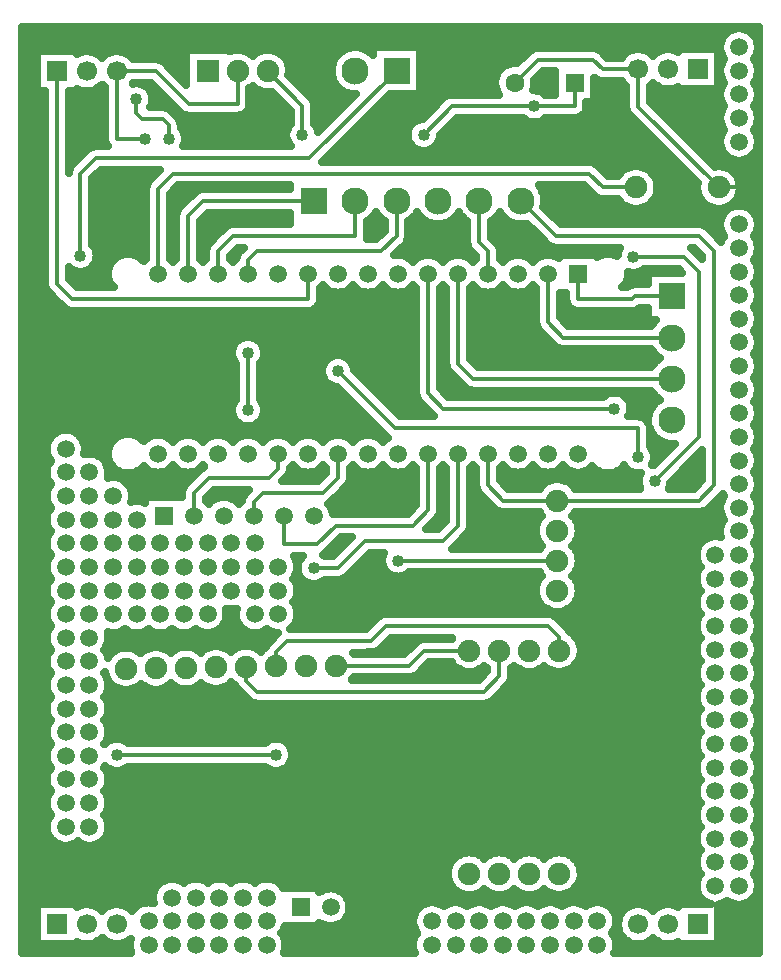
<source format=gbr>
%TF.GenerationSoftware,Novarm,DipTrace,3.3.1.3*%
%TF.CreationDate,2020-02-21T13:33:59+01:00*%
%FSLAX35Y35*%
%MOMM*%
%TF.FileFunction,Copper,L1,Top*%
%TF.Part,Single*%
%TA.AperFunction,Conductor*%
%ADD13C,0.3*%
%TA.AperFunction,CopperBalancing*%
%ADD14C,0.635*%
%TA.AperFunction,ComponentPad*%
%ADD15R,1.9X1.9*%
%ADD16C,1.9*%
%ADD17R,1.5X1.5*%
%ADD18C,1.5*%
%ADD19R,2.3X2.3*%
%ADD20C,2.3*%
%ADD21C,1.9*%
%ADD22C,1.6*%
%ADD23R,1.6X1.6*%
%ADD27R,1.7X1.7*%
%ADD28C,1.7*%
%ADD29C,1.5*%
%TA.AperFunction,ViaPad*%
%ADD31C,1.016*%
G75*
G01*
%LPD*%
X1997560Y8257411D2*
D13*
Y8142410D1*
X2048360Y8091610D1*
X2220610D1*
X2271410Y8040810D1*
Y7925809D1*
X2942549Y5625519D2*
Y6112940D1*
X5200000Y8400000D2*
X5395000Y8595000D1*
X5861891D1*
X5944104Y8512787D1*
X6244440D1*
X4900000Y7400000D2*
Y7047147D1*
X4974547Y6972600D1*
Y6782593D1*
X3180887Y3457130D2*
Y3580071D1*
X3275886Y3675071D1*
X3983261D1*
X4110251Y3802061D1*
X5482811D1*
X5577813Y3707058D1*
Y3592053D1*
X6205880Y6923721D2*
X6630220D1*
X6760220Y6793721D1*
Y5403711D1*
X6384239Y5027730D1*
X2854000Y8500000D2*
Y8221610D1*
X2438664D1*
X2163361Y8496913D1*
X1831760D1*
X1831759Y2710010D2*
X3180880D1*
X6244440Y8512787D2*
Y8195373D1*
X6927047Y7512767D1*
X1831760Y8496913D2*
Y7925809D1*
X2069810D1*
X6927047Y7512767D2*
X7112767D1*
X7200000Y7600000D1*
X1523761Y6935250D2*
Y7630011D1*
X1653761Y7760010D1*
X3460010D1*
X4200000Y8500000D1*
X4430009Y7958400D2*
X4670618Y8199009D1*
X5365801D1*
X4974547Y5258593D2*
Y4991926D1*
X5104550Y4861923D1*
X5561940D1*
X4815813Y3592053D2*
X4434680D1*
X4307693Y3465067D1*
X3688887D1*
X3402940Y7958400D2*
Y8205060D1*
X3108000Y8500000D1*
X5365801Y8199009D2*
X5708000D1*
Y8400000D1*
X5561940Y4861923D2*
X6760212D1*
X6890220Y4991931D1*
Y6972600D1*
X6760220Y7102600D1*
X5547400D1*
X5250000Y7400000D1*
X2926887Y3453160D2*
Y3338148D1*
X3021886Y3243149D1*
X4939810D1*
X5069813Y3373152D1*
Y3592053D1*
X5561290Y4353923D2*
X4212549Y4353929D1*
X2434547Y6782593D2*
Y7269999D1*
X2564548Y7400000D1*
X3500000D1*
X2688547Y6782593D2*
Y6972598D1*
X2818549Y7102600D1*
X3850000D1*
Y7400000D1*
X3704549Y5957131D2*
X4187751Y5473929D1*
X6241679D1*
Y5229330D1*
X3450547Y6782593D2*
Y6567259D1*
X1453761D1*
X1323760Y6697261D1*
Y8496913D1*
X2180547Y6782593D2*
Y7500008D1*
X2310549Y7630011D1*
X5829927D1*
X5947171Y7512767D1*
X6228547D1*
X6530213Y6592113D2*
X6218303D1*
X6193450Y6567259D1*
X5736547D1*
Y6782593D1*
X6530213Y6242113D2*
X5612547D1*
X5482547Y6372114D1*
Y6782593D1*
X6530213Y5892113D2*
X4850548D1*
X4720547Y6022115D1*
Y6782593D1*
X6043259Y5639730D2*
X4596547D1*
X4466547Y5769730D1*
Y6782593D1*
X2482540Y4734933D2*
Y4924941D1*
X2612540Y5054941D1*
X3121548D1*
X3196547Y5129939D1*
Y5258593D1*
X2990540Y4734933D2*
Y4849940D1*
X3065541Y4924941D1*
X3574539D1*
X3704547Y5054948D1*
Y5258593D1*
X4466547D2*
Y4779729D1*
X4336547Y4649730D1*
X3688540D1*
X3528809Y4489999D1*
X3244540D1*
Y4734933D1*
X3498540Y4290000D2*
X3703671D1*
X3933401Y4519730D1*
X4590547D1*
X4720547Y4649730D1*
Y5258593D1*
X2942547Y6782593D2*
Y6897599D1*
X3017548Y6972600D1*
X4069999D1*
X4200000Y7102601D1*
Y7400000D1*
D31*
X2271410Y7925809D3*
X1997560Y8257411D3*
X2942549Y6112940D3*
Y5625519D3*
X6384239Y5027730D3*
X3180880Y2710010D3*
X1831759D3*
X2069810Y7925809D3*
X6205880Y6923721D3*
X1523761Y6935250D3*
X3402940Y7958400D3*
X4430009D3*
X5365801Y8199009D3*
X4212549Y4353929D3*
X6241679Y5229330D3*
X3704549Y5957131D3*
X6043259Y5639730D3*
X3498540Y4290000D3*
X1038146Y8805083D2*
D14*
X6972893D1*
X7227130D2*
X7261917D1*
X1038146Y8741917D2*
X6939170D1*
X1038146Y8678750D2*
X2413597D1*
X2786414D2*
X2825758D1*
X2882299D2*
X3079690D1*
X3136225D2*
X3753714D1*
X3946245D2*
X3993518D1*
X4406440D2*
X5333818D1*
X5923015D2*
X6200888D1*
X6288054D2*
X6454821D1*
X6541987D2*
X6576045D1*
X1038146Y8615583D2*
X1147308D1*
X1959995D2*
X2413597D1*
X3252442D2*
X3680341D1*
X4406440D2*
X5267646D1*
X5989187D2*
X6102542D1*
X6928901D2*
X6957581D1*
X7242351D2*
X7261917D1*
X1038146Y8552417D2*
X1147308D1*
X2255763D2*
X2413597D1*
X3286622D2*
X3650537D1*
X4406440D2*
X5130198D1*
X1038146Y8489250D2*
X1147308D1*
X2318927D2*
X2413597D1*
X3294096D2*
X3643883D1*
X4406440D2*
X5054729D1*
X5437117D2*
X5536526D1*
X1038146Y8426083D2*
X1147308D1*
X2382091D2*
X2413597D1*
X3329825D2*
X3657737D1*
X4406440D2*
X5030667D1*
X5373953D2*
X5536526D1*
X6928901D2*
X6951576D1*
X1038146Y8362917D2*
X1147308D1*
X1688836D2*
X1720615D1*
X2089513D2*
X2149456D1*
X3392989D2*
X3697933D1*
X4406440D2*
X5032763D1*
X5367208D2*
X5536526D1*
X5879448D2*
X6137998D1*
X6350854D2*
X6411617D1*
X1038146Y8299750D2*
X1217308D1*
X1430164D2*
X1725354D1*
X2133080D2*
X2212620D1*
X2960411D2*
X3160354D1*
X3456153D2*
X3851878D1*
X4147677D2*
X5062477D1*
X5463367D2*
X5536526D1*
X5879448D2*
X6137998D1*
X6350854D2*
X6933518D1*
X1038146Y8236583D2*
X1217308D1*
X1430164D2*
X1725354D1*
X2138185D2*
X2275784D1*
X2960411D2*
X3223518D1*
X3504278D2*
X3788714D1*
X4084513D2*
X4560263D1*
X5879448D2*
X6137998D1*
X6351127D2*
X6946643D1*
X1038146Y8173417D2*
X1217308D1*
X1430164D2*
X1725354D1*
X2284656D2*
X2338948D1*
X2948107D2*
X3286683D1*
X3509383D2*
X3725550D1*
X4021349D2*
X4497099D1*
X5811088D2*
X6140459D1*
X6414291D2*
X6951383D1*
X1038146Y8110250D2*
X1217308D1*
X1430164D2*
X1725354D1*
X2349825D2*
X3296526D1*
X3509383D2*
X3662386D1*
X3958185D2*
X4433935D1*
X5760593D2*
X6181657D1*
X6477455D2*
X6933883D1*
X1038146Y8047083D2*
X1217308D1*
X1430164D2*
X1725354D1*
X2377625D2*
X3293610D1*
X3512208D2*
X3599222D1*
X3895021D2*
X4320732D1*
X4666570D2*
X6244821D1*
X6540620D2*
X6942542D1*
X1038146Y7983917D2*
X1217308D1*
X1430164D2*
X1725354D1*
X2400593D2*
X3263076D1*
X3831857D2*
X4290198D1*
X4603406D2*
X6307985D1*
X6603784D2*
X6957308D1*
X7242716D2*
X7261917D1*
X1038146Y7920750D2*
X1217308D1*
X1430164D2*
X1725446D1*
X2413536D2*
X3265992D1*
X3768692D2*
X4293115D1*
X4566948D2*
X6371149D1*
X6666948D2*
X6934886D1*
X1038146Y7857583D2*
X1217308D1*
X1430164D2*
X1625094D1*
X3705437D2*
X4332581D1*
X4527482D2*
X6434313D1*
X6730112D2*
X6939261D1*
X1038146Y7794417D2*
X1217308D1*
X1430164D2*
X1540237D1*
X3642273D2*
X6497477D1*
X6793276D2*
X6973349D1*
X7226674D2*
X7261917D1*
X1038146Y7731250D2*
X1217308D1*
X1430164D2*
X1477073D1*
X3579109D2*
X6560641D1*
X6856440D2*
X7261917D1*
X1038146Y7668083D2*
X1217308D1*
X5939786D2*
X6131071D1*
X6326062D2*
X6623805D1*
X7024513D2*
X7261917D1*
X1038146Y7604917D2*
X1217308D1*
X1646544D2*
X2137516D1*
X6389591D2*
X6686969D1*
X7088133D2*
X7261917D1*
X1038146Y7541750D2*
X1217308D1*
X1630229D2*
X2083193D1*
X6412651D2*
X6742933D1*
X7111101D2*
X7261917D1*
X1038146Y7478583D2*
X1217308D1*
X1630229D2*
X2074078D1*
X2306987D2*
X2496175D1*
X5440398D2*
X5833479D1*
X6411739D2*
X6743844D1*
X7110190D2*
X7261917D1*
X1038146Y7415417D2*
X1217308D1*
X1630229D2*
X2074078D1*
X2287026D2*
X2432099D1*
X5455802D2*
X5917607D1*
X6386401D2*
X6769183D1*
X7084942D2*
X7261917D1*
X1038146Y7352250D2*
X1217308D1*
X1630229D2*
X2074078D1*
X2287026D2*
X2368935D1*
X5450698D2*
X6140550D1*
X6316583D2*
X6839091D1*
X7015034D2*
X7044138D1*
X7155854D2*
X7261917D1*
X1038146Y7289083D2*
X1217308D1*
X1630229D2*
X2074078D1*
X2287026D2*
X2329925D1*
X2601570D2*
X3293518D1*
X5508849D2*
X6960680D1*
X7239343D2*
X7261917D1*
X1038146Y7225917D2*
X1217308D1*
X1630229D2*
X2074078D1*
X2287026D2*
X2328102D1*
X2540958D2*
X3293518D1*
X3956453D2*
X4093597D1*
X4306453D2*
X4444964D1*
X4654995D2*
X4793597D1*
X5006453D2*
X5144964D1*
X5572013D2*
X6935706D1*
X1038146Y7162750D2*
X1217308D1*
X1630229D2*
X2074078D1*
X2287026D2*
X2328102D1*
X2540958D2*
X2730784D1*
X3956453D2*
X4093597D1*
X4306453D2*
X4793597D1*
X5006453D2*
X5339378D1*
X6847963D2*
X6937985D1*
X1038146Y7099583D2*
X1217308D1*
X1630229D2*
X2074078D1*
X2287026D2*
X2328102D1*
X2540958D2*
X2667620D1*
X3956362D2*
X4049117D1*
X4306362D2*
X4793597D1*
X5006453D2*
X5402542D1*
X6911127D2*
X6968336D1*
X7231687D2*
X7261917D1*
X1038146Y7036417D2*
X1217308D1*
X1630229D2*
X2074078D1*
X2287026D2*
X2328102D1*
X2540958D2*
X2605094D1*
X4281479D2*
X4794143D1*
X5058041D2*
X5465706D1*
X1038146Y6973250D2*
X1217308D1*
X1660580D2*
X2074078D1*
X2287026D2*
X2328102D1*
X2540958D2*
X2582125D1*
X2837091D2*
X2870328D1*
X4218588D2*
X4825953D1*
X5081010D2*
X6073011D1*
X1038146Y6910083D2*
X1217308D1*
X1663679D2*
X1811305D1*
X2041752D2*
X2074042D1*
X2287026D2*
X2328102D1*
X2540958D2*
X2582125D1*
X2794982D2*
X2836878D1*
X4315750D2*
X4363388D1*
X4569682D2*
X4617412D1*
X4823705D2*
X4868063D1*
X5081010D2*
X5125367D1*
X5331752D2*
X5379391D1*
X7238797D2*
X7261917D1*
X1038146Y6846917D2*
X1217308D1*
X1633419D2*
X1765367D1*
X1038146Y6783750D2*
X1217308D1*
X1430164D2*
X1752516D1*
X6164552D2*
X6323753D1*
X1038146Y6720583D2*
X1217308D1*
X1448302D2*
X1764456D1*
X6152612D2*
X6323753D1*
X1038146Y6657417D2*
X1225602D1*
X3556961D2*
X3598401D1*
X3810711D2*
X3852425D1*
X4064734D2*
X4106357D1*
X4318666D2*
X4360107D1*
X4572963D2*
X4614130D1*
X4826987D2*
X4868427D1*
X5080737D2*
X5122360D1*
X5334669D2*
X5376110D1*
X1038146Y6594250D2*
X1278831D1*
X3556961D2*
X4360107D1*
X4572963D2*
X4614130D1*
X4826987D2*
X5376110D1*
X5588966D2*
X5630133D1*
X1038146Y6531083D2*
X1341995D1*
X3550216D2*
X4360107D1*
X4572963D2*
X4614130D1*
X4826987D2*
X5376110D1*
X5588966D2*
X5636878D1*
X1038146Y6467917D2*
X1435237D1*
X3469096D2*
X4360107D1*
X4572963D2*
X4614130D1*
X4826987D2*
X5376110D1*
X5588966D2*
X5717998D1*
X6212039D2*
X6323753D1*
X1038146Y6404750D2*
X4360107D1*
X4572963D2*
X4614130D1*
X4826987D2*
X5376110D1*
X5597807D2*
X6323753D1*
X1038146Y6341583D2*
X4360107D1*
X4572963D2*
X4614130D1*
X4826987D2*
X5380849D1*
X1038146Y6278417D2*
X4360107D1*
X4572963D2*
X4614130D1*
X4826987D2*
X5428336D1*
X1038146Y6215250D2*
X2846722D1*
X3038341D2*
X4360107D1*
X4572963D2*
X4614130D1*
X4826987D2*
X5491500D1*
X1038146Y6152083D2*
X2806071D1*
X3078992D2*
X4360107D1*
X4572963D2*
X4614130D1*
X4826987D2*
X5562503D1*
X1038146Y6088917D2*
X2802425D1*
X3082638D2*
X3665029D1*
X3744083D2*
X4360107D1*
X4572963D2*
X4614130D1*
X4826987D2*
X6395120D1*
X7239435D2*
X7261917D1*
X1038146Y6025750D2*
X2831956D1*
X3053107D2*
X3580901D1*
X3828211D2*
X4360107D1*
X4572963D2*
X4614130D1*
X4864812D2*
X6374977D1*
X1038146Y5962583D2*
X2836149D1*
X3049005D2*
X3562399D1*
X3846987D2*
X4360107D1*
X4572963D2*
X4633727D1*
X1038146Y5899417D2*
X2836149D1*
X3049005D2*
X3575159D1*
X3910151D2*
X4360107D1*
X4572963D2*
X4695341D1*
X7231870D2*
X7261917D1*
X1038146Y5836250D2*
X2836149D1*
X3049005D2*
X3636136D1*
X3973315D2*
X4360107D1*
X4572963D2*
X4758505D1*
X1038146Y5773083D2*
X2836149D1*
X3049005D2*
X3740680D1*
X4036479D2*
X4360107D1*
X4611062D2*
X6010758D1*
X6075776D2*
X6363037D1*
X1038146Y5709917D2*
X2829677D1*
X3055385D2*
X3803844D1*
X4099643D2*
X4379977D1*
X6166010D2*
X6414899D1*
X7238705D2*
X7261917D1*
X1038146Y5646750D2*
X2801969D1*
X3083093D2*
X3867008D1*
X4162807D2*
X4441591D1*
X6185333D2*
X6353284D1*
X1038146Y5583583D2*
X2806982D1*
X3078172D2*
X3930172D1*
X4225971D2*
X4504755D1*
X6173393D2*
X6328128D1*
X1038146Y5520417D2*
X2850094D1*
X3035060D2*
X3993336D1*
X1038146Y5457250D2*
X1363597D1*
X1436362D2*
X4056500D1*
X1038146Y5394083D2*
X1264157D1*
X1535893D2*
X1821513D1*
X2031635D2*
X2088935D1*
X2272169D2*
X2342959D1*
X2526192D2*
X2596891D1*
X2780125D2*
X2850914D1*
X3034148D2*
X3104938D1*
X3288172D2*
X3358961D1*
X3542195D2*
X3612893D1*
X3796127D2*
X3866917D1*
X4050151D2*
X4120940D1*
X6348120D2*
X6389287D1*
X1038146Y5330917D2*
X1236539D1*
X1563419D2*
X1768922D1*
X6348120D2*
X6539495D1*
X1038146Y5267750D2*
X1236813D1*
X1563146D2*
X1752789D1*
X6378380D2*
X6476331D1*
X1038146Y5204583D2*
X1265068D1*
X1727573D2*
X1761539D1*
X6381661D2*
X6413132D1*
X6708966D2*
X6783766D1*
X1038146Y5141417D2*
X1239000D1*
X1761023D2*
X1800276D1*
X2295958D2*
X2319078D1*
X3311961D2*
X3335047D1*
X3565984D2*
X3589113D1*
X3820008D2*
X3843151D1*
X4073940D2*
X4097034D1*
X4327963D2*
X4351084D1*
X4581987D2*
X4605107D1*
X4836010D2*
X4859130D1*
X5089942D2*
X5113154D1*
X5343966D2*
X5367086D1*
X5597989D2*
X5621133D1*
X6645802D2*
X6783766D1*
X1038146Y5078250D2*
X1235081D1*
X1764942D2*
X2487972D1*
X3288627D2*
X3579990D1*
X3810984D2*
X4360107D1*
X4572963D2*
X4614130D1*
X4826987D2*
X4868063D1*
X5081010D2*
X6251748D1*
X6582638D2*
X6783766D1*
X1038146Y5015083D2*
X1257959D1*
X1917612D2*
X2424808D1*
X3802690D2*
X4360107D1*
X4572963D2*
X4614130D1*
X4826987D2*
X4868063D1*
X5099330D2*
X5460875D1*
X5663067D2*
X6242633D1*
X6525854D2*
X6765446D1*
X1038146Y4951917D2*
X1242190D1*
X1957807D2*
X2379782D1*
X2657442D2*
X2944612D1*
X3749370D2*
X4360107D1*
X4572963D2*
X4614130D1*
X4826987D2*
X4876448D1*
X1038146Y4888750D2*
X1233987D1*
X1966010D2*
X2062138D1*
X2594278D2*
X2685849D1*
X2787234D2*
X2891930D1*
X3686205D2*
X4360107D1*
X4572963D2*
X4614130D1*
X4826987D2*
X4929860D1*
X6934916D2*
X6960407D1*
X7239617D2*
X7261917D1*
X1038146Y4825583D2*
X1251943D1*
X3636804D2*
X4360107D1*
X4572963D2*
X4614130D1*
X4826987D2*
X4993024D1*
X6871752D2*
X6935615D1*
X1038146Y4762417D2*
X1246201D1*
X3662599D2*
X4301318D1*
X4571505D2*
X4614130D1*
X4826987D2*
X5087451D1*
X6777325D2*
X6938076D1*
X1038146Y4699250D2*
X1233532D1*
X4533953D2*
X4614130D1*
X4826987D2*
X5400081D1*
X5723224D2*
X6968063D1*
X7231961D2*
X7261917D1*
X1038146Y4636083D2*
X1246839D1*
X4470789D2*
X4558987D1*
X4826075D2*
X5377386D1*
X5745828D2*
X6937711D1*
X1038146Y4572917D2*
X1251123D1*
X4791622D2*
X5378571D1*
X5744643D2*
X6935888D1*
X1038146Y4509750D2*
X1233896D1*
X3696414D2*
X3775498D1*
X4728458D2*
X5404274D1*
X5718940D2*
X6777112D1*
X7238614D2*
X7261917D1*
X1038146Y4446583D2*
X1242737D1*
X3633250D2*
X3712334D1*
X5722039D2*
X6740472D1*
X1038146Y4383417D2*
X1257047D1*
X3342950D2*
X3393505D1*
X3944968D2*
X4073545D1*
X5745281D2*
X6734456D1*
X1038146Y4320250D2*
X1234808D1*
X3881804D2*
X4074547D1*
X5744552D2*
X6754873D1*
X1038146Y4257083D2*
X1239456D1*
X3818640D2*
X4110914D1*
X5719487D2*
X6744117D1*
X1038146Y4193917D2*
X1263974D1*
X3336023D2*
X3396058D1*
X3738067D2*
X5400992D1*
X5720945D2*
X6733636D1*
X1038146Y4130750D2*
X1236539D1*
X3363458D2*
X5377203D1*
X5744734D2*
X6749313D1*
X1038146Y4067583D2*
X1236904D1*
X3363093D2*
X5377477D1*
X5744461D2*
X6748492D1*
X1038146Y4004417D2*
X1265250D1*
X3334747D2*
X5401904D1*
X5720034D2*
X6733636D1*
X1038146Y3941250D2*
X1239000D1*
X3360997D2*
X5469443D1*
X5652495D2*
X6744755D1*
X1038146Y3878083D2*
X1235081D1*
X2764903D2*
X2835055D1*
X3364916D2*
X4038818D1*
X5554239D2*
X6753870D1*
X1038146Y3814917D2*
X1258050D1*
X2741935D2*
X2858024D1*
X3341948D2*
X3975198D1*
X5617859D2*
X6734274D1*
X1038146Y3751750D2*
X1242190D1*
X1866752D2*
X1933258D1*
X2066726D2*
X2133232D1*
X2266791D2*
X2333206D1*
X2466765D2*
X2533271D1*
X2666739D2*
X2933219D1*
X3066778D2*
X3133193D1*
X5673732D2*
X6741018D1*
X1038146Y3688583D2*
X1233987D1*
X1766036D2*
X3141487D1*
X4144669D2*
X4401852D1*
X5736166D2*
X6760341D1*
X7239708D2*
X7261917D1*
X1038146Y3625417D2*
X1252034D1*
X1747989D2*
X2629430D1*
X2716323D2*
X2867959D1*
X2985750D2*
X3085341D1*
X4081505D2*
X4320185D1*
X5761140D2*
X6735550D1*
X1038146Y3562250D2*
X1246201D1*
X1753823D2*
X1774847D1*
X5761778D2*
X6738102D1*
X1038146Y3499083D2*
X1233532D1*
X5738445D2*
X6767907D1*
X7232052D2*
X7261917D1*
X1038146Y3435917D2*
X1246930D1*
X4426401D2*
X4719677D1*
X4911935D2*
X4963401D1*
X5176258D2*
X5227724D1*
X5419890D2*
X5481748D1*
X5673914D2*
X6737646D1*
X1038146Y3372750D2*
X1251032D1*
X4352755D2*
X4921474D1*
X5176258D2*
X6735914D1*
X1038146Y3309583D2*
X1233805D1*
X5153471D2*
X6761526D1*
X7238432D2*
X7261917D1*
X1038146Y3246417D2*
X1242828D1*
X1757195D2*
X2870693D1*
X5090945D2*
X6740472D1*
X1038146Y3183250D2*
X1256865D1*
X1743067D2*
X2933857D1*
X5027781D2*
X6734456D1*
X1038146Y3120083D2*
X1234808D1*
X1765216D2*
X6754964D1*
X1038146Y3056917D2*
X1239456D1*
X1760567D2*
X6744026D1*
X1038146Y2993750D2*
X1263883D1*
X1736140D2*
X6733727D1*
X1038146Y2930583D2*
X1236539D1*
X1763484D2*
X6749404D1*
X1038146Y2867417D2*
X1236904D1*
X1763120D2*
X6748492D1*
X1038146Y2804250D2*
X1265341D1*
X3285164D2*
X6733636D1*
X1038146Y2741083D2*
X1238909D1*
X3319526D2*
X6744755D1*
X1038146Y2677917D2*
X1235081D1*
X3319252D2*
X6753779D1*
X1038146Y2614750D2*
X1258141D1*
X3284161D2*
X6734274D1*
X1038146Y2551583D2*
X1242099D1*
X1757924D2*
X6741018D1*
X1038146Y2488417D2*
X1233987D1*
X1766036D2*
X6760159D1*
X7239799D2*
X7261917D1*
X1038146Y2425250D2*
X1252125D1*
X1747898D2*
X6735550D1*
X1038146Y2362083D2*
X1246110D1*
X1753914D2*
X6738102D1*
X1038146Y2298917D2*
X1233532D1*
X1766401D2*
X6767815D1*
X7232234D2*
X7261917D1*
X1038146Y2235750D2*
X1247021D1*
X1753002D2*
X6737646D1*
X1038146Y2172583D2*
X1250940D1*
X1749083D2*
X6735914D1*
X1038146Y2109417D2*
X1233805D1*
X1766127D2*
X6761617D1*
X7238341D2*
X7261917D1*
X1038146Y2046250D2*
X1242828D1*
X1757104D2*
X6740380D1*
X1038146Y1983083D2*
X1284300D1*
X1715724D2*
X6734456D1*
X1038146Y1919917D2*
X6755055D1*
X1038146Y1856750D2*
X4715849D1*
X4915854D2*
X4969782D1*
X5169786D2*
X5223805D1*
X5423810D2*
X5477828D1*
X5677742D2*
X6743935D1*
X1038146Y1793583D2*
X4653870D1*
X5739721D2*
X6733727D1*
X1038146Y1730417D2*
X4631448D1*
X5762143D2*
X6749495D1*
X1038146Y1667250D2*
X4632907D1*
X5760685D2*
X6748401D1*
X1038146Y1604083D2*
X2171969D1*
X3228015D2*
X4658883D1*
X5734708D2*
X6733636D1*
X1038146Y1540917D2*
X2138883D1*
X3749461D2*
X4730797D1*
X4900815D2*
X4984821D1*
X5154838D2*
X5238753D1*
X5408862D2*
X5492776D1*
X5662885D2*
X6744847D1*
X1038146Y1477750D2*
X2135146D1*
X3795945D2*
X6790328D1*
X7209721D2*
X7261917D1*
X1038146Y1414583D2*
X1147308D1*
X1680633D2*
X1728909D1*
X1934656D2*
X1981839D1*
X3807703D2*
X4381891D1*
X6018172D2*
X6141643D1*
X6347390D2*
X6395576D1*
X6928901D2*
X7261917D1*
X1038146Y1351417D2*
X1147308D1*
X3793484D2*
X4342060D1*
X6058002D2*
X6086443D1*
X6928901D2*
X7261917D1*
X1038146Y1288250D2*
X1147308D1*
X3742260D2*
X4333948D1*
X6928901D2*
X7261917D1*
X1038146Y1225083D2*
X1147308D1*
X3247794D2*
X4352177D1*
X6047794D2*
X6075380D1*
X6928901D2*
X7261917D1*
X1038146Y1161917D2*
X1147308D1*
X3253992D2*
X4345979D1*
X6053992D2*
X6110654D1*
X6928901D2*
X7261917D1*
X1038146Y1098750D2*
X1933532D1*
X3266479D2*
X4333584D1*
X6066479D2*
X7261917D1*
X1038146Y1035583D2*
X1947112D1*
X3252898D2*
X4347073D1*
X6052898D2*
X7261917D1*
X2980978Y8372320D2*
X2959854Y8354304D1*
X2954113Y8350468D1*
X2953782Y8213757D1*
X2951325Y8198244D1*
X2946471Y8183307D1*
X2939341Y8169313D1*
X2930109Y8156606D1*
X2919003Y8145500D1*
X2906297Y8136269D1*
X2892303Y8129138D1*
X2877366Y8124285D1*
X2861853Y8121828D1*
X2760667Y8121519D1*
X2430811Y8121828D1*
X2415299Y8124285D1*
X2400361Y8129138D1*
X2386367Y8136269D1*
X2373661Y8145500D1*
X2301893Y8216832D1*
X2121885Y8396840D1*
X1969311Y8396823D1*
X1965837Y8389546D1*
X1986898Y8392882D1*
X2008222D1*
X2029283Y8389546D1*
X2049563Y8382957D1*
X2068562Y8373276D1*
X2085814Y8360743D1*
X2100892Y8345665D1*
X2113425Y8328413D1*
X2123106Y8309414D1*
X2129695Y8289134D1*
X2133031Y8268073D1*
Y8246749D1*
X2129695Y8225688D1*
X2123106Y8205408D1*
X2116378Y8191682D1*
X2228463Y8191392D1*
X2243976Y8188935D1*
X2258913Y8184081D1*
X2272907Y8176951D1*
X2285614Y8167719D1*
X2342185Y8111585D1*
X2352385Y8099642D1*
X2360591Y8086250D1*
X2366602Y8071740D1*
X2370268Y8056468D1*
X2371501Y8040810D1*
Y8017750D1*
X2381348Y8005683D1*
X2392489Y7987502D1*
X2400649Y7967801D1*
X2405627Y7947067D1*
X2407300Y7925809D1*
X2405627Y7904551D1*
X2400649Y7883817D1*
X2392489Y7864116D1*
X2390229Y7860080D1*
X3309060Y7860101D1*
X3299608Y7870146D1*
X3287074Y7887397D1*
X3277394Y7906397D1*
X3270804Y7926677D1*
X3267468Y7947738D1*
Y7969062D1*
X3270804Y7990123D1*
X3277394Y8010403D1*
X3287074Y8029402D1*
X3299608Y8046653D1*
X3302862Y8050173D1*
X3302849Y8163569D1*
X3143134Y8323317D1*
X3122130Y8320465D1*
X3093870D1*
X3065959Y8324886D1*
X3039083Y8333619D1*
X3013903Y8346448D1*
X2991041Y8363058D1*
X2981022Y8372320D1*
X2582615Y4859737D2*
X2595741Y4848134D1*
X2609472Y4832310D1*
X2623339Y4848134D1*
X2642441Y4864449D1*
X2663861Y4877575D1*
X2687069Y4887188D1*
X2711496Y4893052D1*
X2736540Y4895023D1*
X2761584Y4893052D1*
X2786011Y4887188D1*
X2809219Y4877575D1*
X2830639Y4864449D1*
X2849741Y4848134D1*
X2863472Y4832310D1*
X2877339Y4848134D1*
X2891004Y4860163D1*
X2893215Y4873306D1*
X2898069Y4888243D1*
X2905199Y4902237D1*
X2914431Y4914943D1*
X2953860Y4954808D1*
X2654061Y4954851D1*
X2582579Y4883432D1*
X2582630Y4859954D1*
X3621945Y4836783D2*
X3635039Y4818580D1*
X3646444Y4796197D1*
X3654207Y4772306D1*
X3658136Y4747494D1*
X3658231Y4745090D1*
X3672882Y4748588D1*
X3688570Y4749819D1*
X4295115Y4749820D1*
X4366508Y4821239D1*
X4366456Y5133649D1*
X4353346Y5145393D1*
X4339615Y5161217D1*
X4325747Y5145393D1*
X4306645Y5129078D1*
X4285226Y5115952D1*
X4262017Y5106339D1*
X4237590Y5100474D1*
X4212547Y5098503D1*
X4187503Y5100474D1*
X4163076Y5106339D1*
X4139867Y5115952D1*
X4118448Y5129078D1*
X4099346Y5145393D1*
X4085615Y5161217D1*
X4071747Y5145393D1*
X4052645Y5129078D1*
X4031226Y5115952D1*
X4008017Y5106339D1*
X3983590Y5100474D1*
X3958547Y5098503D1*
X3933503Y5100474D1*
X3909076Y5106339D1*
X3885867Y5115952D1*
X3864448Y5129078D1*
X3845346Y5145393D1*
X3831615Y5161217D1*
X3817747Y5145393D1*
X3804622Y5133790D1*
X3804328Y5047095D1*
X3801871Y5031583D1*
X3797018Y5016646D1*
X3789888Y5002651D1*
X3780656Y4989945D1*
X3709324Y4918177D1*
X3639543Y4848832D1*
X3626810Y4839585D1*
X6353457Y6792203D2*
X6620241D1*
X6588711Y6823681D1*
X6297812Y6823630D1*
X6285755Y6813783D1*
X6267573Y6802642D1*
X6247873Y6794481D1*
X6227138Y6789504D1*
X6205880Y6787831D1*
X6184623Y6789504D1*
X6163888Y6794481D1*
X6157592Y6796804D1*
X6158187Y6782593D1*
X6156123Y6756369D1*
X6149982Y6730790D1*
X6139915Y6706486D1*
X6126170Y6684057D1*
X6112123Y6667339D1*
X6152263Y6667350D1*
X6166007Y6677454D1*
X6180001Y6684585D1*
X6194938Y6689438D1*
X6210450Y6691895D1*
X6330139Y6692203D1*
X6330123Y6792203D1*
X6353457D1*
X6397712Y6392023D2*
X6330123D1*
Y6492010D1*
X6259419Y6492023D1*
X6245747Y6481919D1*
X6231752Y6474788D1*
X6216815Y6469935D1*
X6201303Y6467478D1*
X6100116Y6467169D1*
X5728694Y6467478D1*
X5713181Y6469935D1*
X5698244Y6474788D1*
X5684250Y6481919D1*
X5671543Y6491150D1*
X5660437Y6502256D1*
X5651206Y6514962D1*
X5644075Y6528957D1*
X5639222Y6543894D1*
X5636765Y6559406D1*
X5636456Y6622585D1*
X5582577Y6622503D1*
X5582637Y6413544D1*
X5654056Y6342153D1*
X6356935Y6342204D1*
X6368337Y6359723D1*
X6378064Y6372061D1*
X6397877Y6392055D1*
X6433324Y6067220D2*
X6412603Y6080237D1*
X6400265Y6089964D1*
X6388728Y6100628D1*
X6378064Y6112165D1*
X6368337Y6124503D1*
X6357120Y6142011D1*
X5604694Y6142332D1*
X5589182Y6144789D1*
X5574244Y6149642D1*
X5560250Y6156772D1*
X5547544Y6166004D1*
X5475776Y6237335D1*
X5406437Y6307111D1*
X5397206Y6319817D1*
X5390075Y6333811D1*
X5385222Y6348748D1*
X5382765Y6364261D1*
X5382456Y6465447D1*
Y6657674D1*
X5369346Y6669393D1*
X5355615Y6685217D1*
X5341747Y6669393D1*
X5322645Y6653078D1*
X5301226Y6639952D1*
X5278017Y6630339D1*
X5253590Y6624474D1*
X5228547Y6622503D1*
X5203503Y6624474D1*
X5179076Y6630339D1*
X5155867Y6639952D1*
X5134448Y6653078D1*
X5115346Y6669393D1*
X5101615Y6685217D1*
X5087747Y6669393D1*
X5068645Y6653078D1*
X5047226Y6639952D1*
X5024017Y6630339D1*
X4999590Y6624474D1*
X4974547Y6622503D1*
X4949503Y6624474D1*
X4925076Y6630339D1*
X4901867Y6639952D1*
X4880448Y6653078D1*
X4861346Y6669393D1*
X4847615Y6685217D1*
X4833747Y6669393D1*
X4820622Y6657790D1*
X4820637Y6063544D1*
X4892056Y5992154D1*
X6356915Y5992204D1*
X6368337Y6009723D1*
X6378064Y6022061D1*
X6388728Y6033598D1*
X6400265Y6044263D1*
X6412603Y6053990D1*
X6433324Y6067006D1*
Y5717220D2*
X6412603Y5730237D1*
X6400265Y5739964D1*
X6388728Y5750628D1*
X6378064Y5762165D1*
X6368337Y5774503D1*
X6357120Y5792011D1*
X4842695Y5792332D1*
X4827182Y5794789D1*
X4812245Y5799642D1*
X4798251Y5806772D1*
X4785545Y5816004D1*
X4713777Y5887335D1*
X4644437Y5957111D1*
X4635206Y5969818D1*
X4628075Y5983812D1*
X4623222Y5998749D1*
X4620765Y6014262D1*
X4620456Y6115448D1*
Y6657675D1*
X4607346Y6669393D1*
X4593615Y6685217D1*
X4579747Y6669393D1*
X4566622Y6657790D1*
X4566637Y5811252D1*
X4638056Y5739770D1*
X5951429Y5739821D1*
X5963385Y5749668D1*
X5981567Y5760809D1*
X6001267Y5768969D1*
X6022002Y5773947D1*
X6043259Y5775620D1*
X6064517Y5773947D1*
X6085252Y5768969D1*
X6104952Y5760809D1*
X6123134Y5749668D1*
X6139348Y5735819D1*
X6153197Y5719604D1*
X6164338Y5701423D1*
X6172498Y5681723D1*
X6177476Y5660988D1*
X6179149Y5639730D1*
X6177476Y5618472D1*
X6172498Y5597738D1*
X6164338Y5578037D1*
X6162078Y5574001D1*
X6249532Y5573711D1*
X6265045Y5571254D1*
X6279982Y5566401D1*
X6293976Y5559270D1*
X6306683Y5550038D1*
X6317788Y5538933D1*
X6327020Y5526226D1*
X6330873Y5519341D1*
X6330123Y5542113D1*
X6330740Y5557812D1*
X6332587Y5573414D1*
X6335652Y5588823D1*
X6339916Y5603945D1*
X6345354Y5618684D1*
X6351932Y5632952D1*
X6359609Y5646660D1*
X6368337Y5659723D1*
X6378064Y5672061D1*
X6388728Y5683598D1*
X6400265Y5694263D1*
X6412603Y5703990D1*
X6433324Y5717006D1*
X6559137Y5344205D2*
X6530213Y5342023D1*
X6514514Y5342640D1*
X6498912Y5344487D1*
X6483503Y5347552D1*
X6468382Y5351816D1*
X6453642Y5357254D1*
X6439374Y5363832D1*
X6425667Y5371509D1*
X6412603Y5380237D1*
X6400265Y5389964D1*
X6388728Y5400628D1*
X6378064Y5412165D1*
X6368337Y5424503D1*
X6359609Y5437567D1*
X6351932Y5451274D1*
X6341764Y5475273D1*
X6341770Y5321260D1*
X6351616Y5309204D1*
X6362758Y5291022D1*
X6370918Y5271322D1*
X6375896Y5250588D1*
X6377569Y5229330D1*
X6375896Y5208072D1*
X6370918Y5187337D1*
X6362758Y5167637D1*
X6359194Y5161273D1*
X6378367Y5163389D1*
X6559083Y5344123D1*
X5599790Y6942683D2*
X5896637D1*
Y6921446D1*
X5914440Y6931962D1*
X5938743Y6942028D1*
X5964322Y6948169D1*
X5990547Y6950233D1*
X6016771Y6948169D1*
X6042350Y6942028D1*
X6066654Y6931962D1*
X6070108Y6930027D1*
X6071663Y6944978D1*
X6076641Y6965713D1*
X6084802Y6985413D1*
X6095225Y7002520D1*
X5539547Y7002819D1*
X5524034Y7005275D1*
X5509097Y7010129D1*
X5495103Y7017259D1*
X5482397Y7026491D1*
X5410629Y7097822D1*
X5301773Y7206678D1*
X5281301Y7202373D1*
X5265699Y7200527D1*
X5250000Y7199910D1*
X5234301Y7200527D1*
X5218699Y7202373D1*
X5203290Y7205439D1*
X5188169Y7209703D1*
X5173429Y7215141D1*
X5159161Y7221719D1*
X5145453Y7229395D1*
X5132390Y7238124D1*
X5120052Y7247850D1*
X5108515Y7258515D1*
X5097850Y7270052D1*
X5088124Y7282390D1*
X5075107Y7303110D1*
X5061876Y7282390D1*
X5052150Y7270052D1*
X5041485Y7258515D1*
X5029948Y7247850D1*
X5017610Y7238124D1*
X5000102Y7226906D1*
X5000090Y7088555D1*
X5050656Y7037604D1*
X5059887Y7024897D1*
X5067018Y7010903D1*
X5071871Y6995966D1*
X5074328Y6980453D1*
X5074637Y6907613D1*
X5087747Y6895794D1*
X5101478Y6879970D1*
X5115346Y6895794D1*
X5134448Y6912109D1*
X5155867Y6925235D1*
X5179076Y6934848D1*
X5203503Y6940712D1*
X5228547Y6942683D1*
X5253590Y6940712D1*
X5278017Y6934848D1*
X5301226Y6925235D1*
X5322645Y6912109D1*
X5341747Y6895794D1*
X5355478Y6879970D1*
X5369346Y6895794D1*
X5388448Y6912109D1*
X5409867Y6925235D1*
X5433076Y6934848D1*
X5457503Y6940712D1*
X5482547Y6942683D1*
X5507590Y6940712D1*
X5532017Y6934848D1*
X5555226Y6925235D1*
X5576441Y6912245D1*
X5576457Y6942683D1*
X5599790D1*
X4847615Y6879970D2*
X4861346Y6895794D1*
X4874471Y6907397D1*
X4874457Y6931070D1*
X4823891Y6982144D1*
X4814659Y6994850D1*
X4807529Y7008844D1*
X4802675Y7023782D1*
X4800219Y7039294D1*
X4799910Y7140480D1*
Y7226796D1*
X4782390Y7238124D1*
X4770052Y7247850D1*
X4758515Y7258515D1*
X4747850Y7270052D1*
X4738124Y7282390D1*
X4725107Y7303110D1*
X4711876Y7282390D1*
X4702150Y7270052D1*
X4691485Y7258515D1*
X4679948Y7247850D1*
X4667610Y7238124D1*
X4654547Y7229395D1*
X4640839Y7221719D1*
X4626571Y7215141D1*
X4611831Y7209703D1*
X4596710Y7205439D1*
X4581301Y7202373D1*
X4565699Y7200527D1*
X4550000Y7199910D1*
X4534301Y7200527D1*
X4518699Y7202373D1*
X4503290Y7205439D1*
X4488169Y7209703D1*
X4473429Y7215141D1*
X4459161Y7221719D1*
X4445453Y7229395D1*
X4432390Y7238124D1*
X4420052Y7247850D1*
X4408515Y7258515D1*
X4397850Y7270052D1*
X4388124Y7282390D1*
X4375107Y7303110D1*
X4361876Y7282390D1*
X4352150Y7270052D1*
X4341485Y7258515D1*
X4329948Y7247850D1*
X4317610Y7238124D1*
X4300102Y7226906D1*
X4299782Y7094748D1*
X4297325Y7079235D1*
X4292471Y7064298D1*
X4285341Y7050304D1*
X4276109Y7037598D1*
X4204778Y6965830D1*
X4177773Y6938825D1*
X4199986Y6942190D1*
X4225107D1*
X4249919Y6938260D1*
X4273810Y6930497D1*
X4296193Y6919092D1*
X4316517Y6904327D1*
X4334280Y6886563D1*
X4339478Y6879970D1*
X4353346Y6895794D1*
X4372448Y6912109D1*
X4393867Y6925235D1*
X4417076Y6934848D1*
X4441503Y6940712D1*
X4466547Y6942683D1*
X4491590Y6940712D1*
X4516017Y6934848D1*
X4539226Y6925235D1*
X4560645Y6912109D1*
X4579747Y6895794D1*
X4593478Y6879970D1*
X4607346Y6895794D1*
X4626448Y6912109D1*
X4647867Y6925235D1*
X4671076Y6934848D1*
X4695503Y6940712D1*
X4720547Y6942683D1*
X4745590Y6940712D1*
X4770017Y6934848D1*
X4793226Y6925235D1*
X4814645Y6912109D1*
X4833747Y6895794D1*
X4847478Y6879970D1*
X2815615D2*
X2829346Y6895794D1*
X2843011Y6907823D1*
X2845222Y6920965D1*
X2850076Y6935902D1*
X2857206Y6949896D1*
X2866438Y6962602D1*
X2905866Y7002467D1*
X2860065Y7002510D1*
X2788588Y6931090D1*
X2788637Y6907611D1*
X2801747Y6895794D1*
X2815478Y6879970D1*
X2561615D2*
X2575346Y6895794D1*
X2588471Y6907397D1*
X2588765Y6980451D1*
X2591222Y6995963D1*
X2596075Y7010901D1*
X2603206Y7024895D1*
X2612437Y7037601D1*
X2683769Y7109369D1*
X2753546Y7178709D1*
X2766252Y7187941D1*
X2780246Y7195071D1*
X2795183Y7199925D1*
X2810696Y7202382D1*
X2911882Y7202690D1*
X3299890D1*
X3299910Y7299896D1*
X2605951Y7299910D1*
X2534587Y7228490D1*
X2534637Y6907512D1*
X2547747Y6895794D1*
X2561478Y6879970D1*
X2307615D2*
X2321346Y6895794D1*
X2334471Y6907397D1*
X2334765Y7277852D1*
X2337222Y7293364D1*
X2342075Y7308301D1*
X2349206Y7322296D1*
X2358437Y7335002D1*
X2429769Y7406770D1*
X2499545Y7476109D1*
X2512251Y7485341D1*
X2526245Y7492471D1*
X2541182Y7497325D1*
X2556695Y7499782D1*
X2657881Y7500090D1*
X3299821D1*
X3299910Y7529949D1*
X2352076Y7529921D1*
X2280588Y7458501D1*
X2280637Y6907469D1*
X2293747Y6895794D1*
X2307478Y6879970D1*
X2058418Y6886062D2*
X2076577Y6904327D1*
X2080471Y6907397D1*
X2080765Y7507861D1*
X2083222Y7523374D1*
X2088075Y7538311D1*
X2095206Y7552305D1*
X2104438Y7565012D1*
X2175769Y7636779D1*
X2198906Y7659917D1*
X1695154Y7659920D1*
X1623800Y7588501D1*
X1623851Y7027081D1*
X1633699Y7015124D1*
X1644840Y6996942D1*
X1653000Y6977242D1*
X1657978Y6956507D1*
X1659651Y6935250D1*
X1657978Y6913992D1*
X1653000Y6893257D1*
X1644840Y6873557D1*
X1633699Y6855375D1*
X1619850Y6839161D1*
X1603635Y6825312D1*
X1585454Y6814171D1*
X1565754Y6806011D1*
X1545019Y6801033D1*
X1523761Y6799360D1*
X1502503Y6801033D1*
X1481769Y6806011D1*
X1462068Y6814171D1*
X1443887Y6825312D1*
X1427672Y6839161D1*
X1423853Y6843293D1*
X1423850Y6738801D1*
X1495269Y6667300D1*
X1804764Y6667349D1*
X1790923Y6684057D1*
X1777178Y6706486D1*
X1767112Y6730790D1*
X1760971Y6756369D1*
X1758907Y6782593D1*
X1760971Y6808818D1*
X1767112Y6834397D1*
X1777178Y6858700D1*
X1790923Y6881130D1*
X1808007Y6901133D1*
X1828010Y6918217D1*
X1850440Y6931962D1*
X1874743Y6942028D1*
X1900322Y6948169D1*
X1926547Y6950233D1*
X1952771Y6948169D1*
X1978350Y6942028D1*
X2002654Y6931962D1*
X2025083Y6918217D1*
X2045086Y6901133D1*
X2058319Y6886016D1*
X3323478Y5161217D2*
X3309747Y5145393D1*
X3296622Y5133790D1*
X3295404Y5114282D1*
X3291738Y5099010D1*
X3285728Y5084499D1*
X3277521Y5071108D1*
X3267298Y5059144D1*
X3233227Y5025071D1*
X3533028Y5025031D1*
X3604500Y5096451D1*
X3604456Y5133607D1*
X3591346Y5145393D1*
X3577615Y5161217D1*
X3563747Y5145393D1*
X3544645Y5129078D1*
X3523226Y5115952D1*
X3500017Y5106339D1*
X3475590Y5100474D1*
X3450547Y5098503D1*
X3425503Y5100474D1*
X3401076Y5106339D1*
X3377867Y5115952D1*
X3356448Y5129078D1*
X3337346Y5145393D1*
X3323615Y5161217D1*
X4593478D2*
X4579747Y5145393D1*
X4566622Y5133790D1*
X4566328Y4771876D1*
X4563871Y4756364D1*
X4559018Y4741426D1*
X4551888Y4727432D1*
X4542656Y4714726D1*
X4471324Y4642958D1*
X4448187Y4619821D1*
X4549091Y4619820D1*
X4620508Y4691240D1*
X4620457Y5133623D1*
X4607346Y5145393D1*
X4593615Y5161217D1*
X4847478D2*
X4833747Y5145393D1*
X4820622Y5133790D1*
X4820328Y4641877D1*
X4817872Y4626364D1*
X4813018Y4611427D1*
X4805888Y4597432D1*
X4796656Y4584726D1*
X4725325Y4512958D1*
X4666365Y4453998D1*
X5411573Y4454014D1*
X5424348Y4470882D1*
X5433760Y4481063D1*
X5415917Y4502069D1*
X5401152Y4526164D1*
X5390338Y4552272D1*
X5383741Y4579751D1*
X5381523Y4607923D1*
X5383741Y4636096D1*
X5390338Y4663574D1*
X5401152Y4689682D1*
X5415917Y4713778D1*
X5434083Y4735063D1*
X5416244Y4756069D1*
X5412408Y4761810D1*
X5096697Y4762142D1*
X5081184Y4764599D1*
X5066247Y4769452D1*
X5052253Y4776582D1*
X5039546Y4785814D1*
X4967778Y4857146D1*
X4898437Y4926923D1*
X4889206Y4939629D1*
X4882075Y4953623D1*
X4877222Y4968561D1*
X4874765Y4984073D1*
X4874456Y5085260D1*
Y5133658D1*
X4861346Y5145393D1*
X4847615Y5161217D1*
X5101478D2*
X5087747Y5145393D1*
X5074622Y5133790D1*
X5074637Y5033372D1*
X5146056Y4961966D1*
X5412167Y4962014D1*
X5424998Y4978882D1*
X5444981Y4998865D1*
X5467843Y5015475D1*
X5493023Y5028305D1*
X5519899Y5037037D1*
X5547810Y5041458D1*
X5576070D1*
X5603981Y5037037D1*
X5630857Y5028305D1*
X5656037Y5015475D1*
X5678899Y4998865D1*
X5698882Y4978882D1*
X5711472Y4962037D1*
X6265312Y4962014D1*
X6258693Y4975727D1*
X6252104Y4996007D1*
X6248768Y5017068D1*
Y5038392D1*
X6252104Y5059453D1*
X6258693Y5079733D1*
X6266724Y5095787D1*
X6252341Y5093859D1*
X6231017D1*
X6209956Y5097194D1*
X6189676Y5103784D1*
X6170677Y5113464D1*
X6153426Y5125998D1*
X6138348Y5141076D1*
X6125427Y5159018D1*
X6109086Y5140054D1*
X6089083Y5122970D1*
X6066654Y5109225D1*
X6042350Y5099158D1*
X6016771Y5093017D1*
X5990547Y5090953D1*
X5964322Y5093017D1*
X5938743Y5099158D1*
X5914440Y5109225D1*
X5892010Y5122970D1*
X5872007Y5140054D1*
X5858775Y5155171D1*
X5840517Y5136860D1*
X5820193Y5122094D1*
X5797810Y5110689D1*
X5773919Y5102927D1*
X5749107Y5098997D1*
X5723986D1*
X5699174Y5102927D1*
X5675283Y5110689D1*
X5652900Y5122094D1*
X5632577Y5136860D1*
X5614813Y5154623D1*
X5609615Y5161217D1*
X5595747Y5145393D1*
X5576645Y5129078D1*
X5555226Y5115952D1*
X5532017Y5106339D1*
X5507590Y5100474D1*
X5482547Y5098503D1*
X5457503Y5100474D1*
X5433076Y5106339D1*
X5409867Y5115952D1*
X5388448Y5129078D1*
X5369346Y5145393D1*
X5355615Y5161217D1*
X5341747Y5145393D1*
X5322645Y5129078D1*
X5301226Y5115952D1*
X5278017Y5106339D1*
X5253590Y5100474D1*
X5228547Y5098503D1*
X5203503Y5100474D1*
X5179076Y5106339D1*
X5155867Y5115952D1*
X5134448Y5129078D1*
X5115346Y5145393D1*
X5101615Y5161217D1*
X5364581Y8387047D2*
X5360529Y8361461D1*
X5352523Y8336823D1*
X5351273Y8334110D1*
X5365801Y8334899D1*
X5387059Y8333226D1*
X5407793Y8328248D1*
X5427494Y8320088D1*
X5445675Y8308946D1*
X5457574Y8299087D1*
X5542897Y8299099D1*
X5542910Y8494949D1*
X5436513Y8494910D1*
X5363621Y8422072D1*
X5365090Y8400000D1*
X5364581Y8387047D1*
X5069480Y8299105D2*
X5059238Y8313741D1*
X5047477Y8336823D1*
X5039471Y8361461D1*
X5035419Y8387047D1*
Y8412953D1*
X5039471Y8438539D1*
X5047477Y8463177D1*
X5059238Y8486259D1*
X5074465Y8507217D1*
X5092783Y8525535D1*
X5113741Y8540762D1*
X5136823Y8552523D1*
X5161461Y8560529D1*
X5187047Y8564581D1*
X5212953D1*
X5221954Y8563516D1*
X5329996Y8671109D1*
X5342703Y8680341D1*
X5356697Y8687471D1*
X5371634Y8692325D1*
X5387147Y8694782D1*
X5488333Y8695090D1*
X5869744Y8694782D1*
X5885256Y8692325D1*
X5900194Y8687471D1*
X5914188Y8680341D1*
X5926894Y8671109D1*
X5985578Y8612861D1*
X6106982Y8612877D1*
X6124168Y8633058D1*
X6144464Y8650392D1*
X6167221Y8664338D1*
X6191879Y8674552D1*
X6217832Y8680783D1*
X6244440Y8682877D1*
X6271048Y8680783D1*
X6297001Y8674552D1*
X6321659Y8664338D1*
X6344416Y8650392D1*
X6364712Y8633058D1*
X6371405Y8625818D1*
X6387975Y8642124D1*
X6409568Y8657812D1*
X6433349Y8669929D1*
X6458733Y8678177D1*
X6485095Y8682352D1*
X6511785D1*
X6538147Y8678177D1*
X6563531Y8669929D1*
X6582350Y8660591D1*
Y8682876D1*
X6922530D1*
Y8342696D1*
X6582350D1*
Y8364845D1*
X6563531Y8355644D1*
X6538147Y8347396D1*
X6511785Y8343221D1*
X6485095D1*
X6458733Y8347396D1*
X6433349Y8355644D1*
X6409568Y8367761D1*
X6387975Y8383449D1*
X6371475Y8399755D1*
X6354905Y8383449D1*
X6344539Y8375278D1*
X6344530Y8236888D1*
X6891976Y7689386D1*
X6912917Y7692302D1*
X6941176D1*
X6969088Y7687881D1*
X6995964Y7679148D1*
X7021143Y7666319D1*
X7044006Y7649708D1*
X7063988Y7629726D1*
X7080599Y7606863D1*
X7093428Y7581684D1*
X7102161Y7554808D1*
X7106582Y7526896D1*
Y7498637D1*
X7102161Y7470725D1*
X7093428Y7443849D1*
X7080599Y7418670D1*
X7063988Y7395808D1*
X7044006Y7375825D1*
X7021143Y7359215D1*
X6995964Y7346385D1*
X6969088Y7337653D1*
X6941176Y7333232D1*
X6912917D1*
X6885005Y7337653D1*
X6858129Y7346385D1*
X6832950Y7359215D1*
X6810088Y7375825D1*
X6790105Y7395808D1*
X6773495Y7418670D1*
X6760665Y7443849D1*
X6751933Y7470725D1*
X6747512Y7498637D1*
Y7526896D1*
X6750521Y7547711D1*
X6168331Y8130370D1*
X6159099Y8143076D1*
X6151969Y8157071D1*
X6147116Y8172008D1*
X6144659Y8187520D1*
X6144350Y8288707D1*
Y8375204D1*
X6124168Y8392515D1*
X6106931Y8412687D1*
X5936251Y8413005D1*
X5920738Y8415462D1*
X5905801Y8420316D1*
X5891807Y8427446D1*
X5879101Y8436678D1*
X5873309Y8442035D1*
X5873090Y8234910D1*
X5808103D1*
X5807782Y8191156D1*
X5805325Y8175643D1*
X5800471Y8160706D1*
X5793341Y8146712D1*
X5784109Y8134005D1*
X5773003Y8122900D1*
X5760297Y8113668D1*
X5746303Y8106537D1*
X5731366Y8101684D1*
X5715853Y8099227D1*
X5614667Y8098918D1*
X5457805D1*
X5445675Y8089072D1*
X5427494Y8077930D1*
X5407793Y8069770D1*
X5387059Y8064792D1*
X5365801Y8063119D1*
X5344543Y8064792D1*
X5323808Y8069770D1*
X5304108Y8077930D1*
X5285927Y8089072D1*
X5274028Y8098931D1*
X4712012Y8098919D1*
X4565767Y7952609D1*
X4564226Y7937142D1*
X4559248Y7916407D1*
X4551088Y7896707D1*
X4539946Y7878526D1*
X4526098Y7862311D1*
X4509883Y7848462D1*
X4491702Y7837321D1*
X4472001Y7829161D1*
X4451267Y7824183D1*
X4430009Y7822510D1*
X4408751Y7824183D1*
X4388017Y7829161D1*
X4368316Y7837321D1*
X4350135Y7848462D1*
X4333920Y7862311D1*
X4320072Y7878526D1*
X4308930Y7896707D1*
X4300770Y7916407D1*
X4295792Y7937142D1*
X4294119Y7958400D1*
X4295792Y7979658D1*
X4300770Y8000392D1*
X4308930Y8020092D1*
X4320072Y8038274D1*
X4333920Y8054488D1*
X4350135Y8068337D1*
X4368316Y8079479D1*
X4388017Y8087639D1*
X4408751Y8092617D1*
X4424137Y8094059D1*
X4605615Y8275118D1*
X4618321Y8284350D1*
X4632315Y8291480D1*
X4647252Y8296333D1*
X4662765Y8298790D1*
X4763951Y8299099D1*
X5069381D1*
X1177004Y1444636D2*
X1493850D1*
Y1422488D1*
X1512669Y1431689D1*
X1538053Y1439937D1*
X1564415Y1444112D1*
X1591105D1*
X1617467Y1439937D1*
X1642851Y1431689D1*
X1666632Y1419572D1*
X1688225Y1403884D1*
X1704725Y1387578D1*
X1721295Y1403884D1*
X1742888Y1419572D1*
X1766669Y1431689D1*
X1792053Y1439937D1*
X1818415Y1444112D1*
X1845105D1*
X1871467Y1439937D1*
X1896851Y1431689D1*
X1920632Y1419572D1*
X1942225Y1403884D1*
X1961097Y1385011D1*
X1962938Y1382676D1*
X1970484Y1394099D1*
X1986799Y1413201D1*
X2005901Y1429516D1*
X2027321Y1442641D1*
X2050529Y1452255D1*
X2074956Y1458119D1*
X2100000Y1460090D1*
X2125044Y1458119D1*
X2146966Y1452961D1*
X2141881Y1474956D1*
X2139910Y1500000D1*
X2141881Y1525044D1*
X2147745Y1549471D1*
X2157359Y1572679D1*
X2170484Y1594099D1*
X2186799Y1613201D1*
X2205901Y1629516D1*
X2227321Y1642641D1*
X2250529Y1652255D1*
X2274956Y1658119D1*
X2300000Y1660090D1*
X2325044Y1658119D1*
X2349471Y1652255D1*
X2372679Y1642641D1*
X2394099Y1629516D1*
X2399921Y1624925D1*
X2416353Y1636499D1*
X2438736Y1647904D1*
X2462628Y1655667D1*
X2487439Y1659596D1*
X2512561D1*
X2537372Y1655667D1*
X2561264Y1647904D1*
X2583647Y1636499D1*
X2599921Y1624925D1*
X2616353Y1636499D1*
X2638736Y1647904D1*
X2662628Y1655667D1*
X2687439Y1659596D1*
X2712561D1*
X2737372Y1655667D1*
X2761264Y1647904D1*
X2783647Y1636499D1*
X2799921Y1624925D1*
X2816353Y1636499D1*
X2838736Y1647904D1*
X2862628Y1655667D1*
X2887439Y1659596D1*
X2912561D1*
X2937372Y1655667D1*
X2961264Y1647904D1*
X2983647Y1636499D1*
X2999921Y1624925D1*
X3016353Y1636499D1*
X3038736Y1647904D1*
X3062628Y1655667D1*
X3087439Y1659596D1*
X3112561D1*
X3137372Y1655667D1*
X3161264Y1647904D1*
X3183647Y1636499D1*
X3203970Y1621733D1*
X3221733Y1603970D1*
X3236499Y1583647D1*
X3239930Y1577520D1*
X3547384Y1577496D1*
Y1547145D1*
X3568614Y1560048D1*
X3591823Y1569661D1*
X3616250Y1575526D1*
X3641293Y1577497D1*
X3666337Y1575526D1*
X3690764Y1569661D1*
X3713973Y1560048D1*
X3735392Y1546922D1*
X3754494Y1530607D1*
X3770809Y1511505D1*
X3783935Y1490086D1*
X3793548Y1466877D1*
X3799412Y1442450D1*
X3801383Y1417407D1*
X3799412Y1392363D1*
X3793548Y1367936D1*
X3783935Y1344727D1*
X3770809Y1323308D1*
X3754494Y1304206D1*
X3735392Y1287891D1*
X3713973Y1274765D1*
X3690764Y1265152D1*
X3666337Y1259288D1*
X3641293Y1257317D1*
X3616250Y1259288D1*
X3591823Y1265152D1*
X3568614Y1274765D1*
X3547399Y1287755D1*
X3547384Y1257316D1*
X3254350D1*
X3247904Y1238736D1*
X3236499Y1216353D1*
X3224925Y1200079D1*
X3236499Y1183647D1*
X3247904Y1161264D1*
X3255667Y1137372D1*
X3259596Y1112561D1*
Y1087439D1*
X3255667Y1062628D1*
X3247904Y1038736D1*
X3244676Y1031735D1*
X4355169Y1031750D1*
X4347745Y1050529D1*
X4341881Y1074956D1*
X4339910Y1100000D1*
X4341881Y1125044D1*
X4347745Y1149471D1*
X4357359Y1172679D1*
X4370484Y1194099D1*
X4375075Y1199921D1*
X4363501Y1216353D1*
X4352096Y1238736D1*
X4344333Y1262628D1*
X4340404Y1287439D1*
Y1312561D1*
X4344333Y1337372D1*
X4352096Y1361264D1*
X4363501Y1383647D1*
X4378267Y1403970D1*
X4396030Y1421733D1*
X4416353Y1436499D1*
X4438736Y1447904D1*
X4462628Y1455667D1*
X4487439Y1459596D1*
X4512561D1*
X4537372Y1455667D1*
X4561264Y1447904D1*
X4583647Y1436499D1*
X4599921Y1424925D1*
X4616353Y1436499D1*
X4638736Y1447904D1*
X4662628Y1455667D1*
X4687439Y1459596D1*
X4712561D1*
X4737372Y1455667D1*
X4761264Y1447904D1*
X4783647Y1436499D1*
X4799921Y1424925D1*
X4816353Y1436499D1*
X4838736Y1447904D1*
X4862628Y1455667D1*
X4887439Y1459596D1*
X4912561D1*
X4937372Y1455667D1*
X4961264Y1447904D1*
X4983647Y1436499D1*
X4999921Y1424925D1*
X5016353Y1436499D1*
X5038736Y1447904D1*
X5062628Y1455667D1*
X5087439Y1459596D1*
X5112561D1*
X5137372Y1455667D1*
X5161264Y1447904D1*
X5183647Y1436499D1*
X5199921Y1424925D1*
X5216353Y1436499D1*
X5238736Y1447904D1*
X5262628Y1455667D1*
X5287439Y1459596D1*
X5312561D1*
X5337372Y1455667D1*
X5361264Y1447904D1*
X5383647Y1436499D1*
X5399921Y1424925D1*
X5416353Y1436499D1*
X5438736Y1447904D1*
X5462628Y1455667D1*
X5487439Y1459596D1*
X5512561D1*
X5537372Y1455667D1*
X5561264Y1447904D1*
X5583647Y1436499D1*
X5599921Y1424925D1*
X5616353Y1436499D1*
X5638736Y1447904D1*
X5662628Y1455667D1*
X5687439Y1459596D1*
X5712561D1*
X5737372Y1455667D1*
X5761264Y1447904D1*
X5783647Y1436499D1*
X5799921Y1424925D1*
X5816353Y1436499D1*
X5838736Y1447904D1*
X5862628Y1455667D1*
X5887439Y1459596D1*
X5912561D1*
X5937372Y1455667D1*
X5961264Y1447904D1*
X5983647Y1436499D1*
X6003970Y1421733D1*
X6021733Y1403970D1*
X6036499Y1383647D1*
X6047904Y1361264D1*
X6055667Y1337372D1*
X6059596Y1312561D1*
Y1287439D1*
X6055667Y1262628D1*
X6047904Y1238736D1*
X6036499Y1216353D1*
X6024925Y1200079D1*
X6036499Y1183647D1*
X6047904Y1161264D1*
X6055667Y1137372D1*
X6059596Y1112561D1*
Y1087439D1*
X6055667Y1062628D1*
X6047904Y1038736D1*
X6044676Y1031735D1*
X7268190Y1031750D1*
X7268250Y8868164D1*
X1031810Y8868250D1*
X1031750Y1031836D1*
X1955117Y1031750D1*
X1947745Y1050529D1*
X1941881Y1074956D1*
X1939910Y1100000D1*
X1941881Y1125044D1*
X1947745Y1149471D1*
X1948136Y1150530D1*
X1931736Y1136941D1*
X1908979Y1122995D1*
X1884321Y1112781D1*
X1858368Y1106551D1*
X1831760Y1104457D1*
X1805152Y1106551D1*
X1779199Y1112781D1*
X1754541Y1122995D1*
X1731784Y1136941D1*
X1711488Y1154275D1*
X1704795Y1161515D1*
X1688225Y1145209D1*
X1666632Y1129521D1*
X1642851Y1117404D1*
X1617467Y1109156D1*
X1591105Y1104981D1*
X1564415D1*
X1538053Y1109156D1*
X1512669Y1117404D1*
X1493850Y1126743D1*
Y1104456D1*
X1153670D1*
Y1444636D1*
X1177004D1*
X1493850Y8348995D2*
Y8326823D1*
X1423759D1*
X1423980Y7637864D1*
X1426437Y7653376D1*
X1431290Y7668314D1*
X1438420Y7682308D1*
X1447652Y7695014D1*
X1518983Y7766782D1*
X1588758Y7836120D1*
X1601464Y7845351D1*
X1615458Y7852482D1*
X1630395Y7857335D1*
X1645908Y7859792D1*
X1756300Y7860101D1*
X1746419Y7873512D1*
X1739289Y7887506D1*
X1734435Y7902443D1*
X1731979Y7917956D1*
X1731670Y8019142D1*
Y8359390D1*
X1711488Y8376642D1*
X1704795Y8383882D1*
X1688225Y8367576D1*
X1666632Y8351888D1*
X1642851Y8339771D1*
X1617467Y8331523D1*
X1591105Y8327348D1*
X1564415D1*
X1538053Y8331523D1*
X1512669Y8339771D1*
X1493850Y8349109D1*
X3838419Y3364953D2*
X3825828Y3348108D1*
X3821291Y3343200D1*
X4898306Y3343239D1*
X4969770Y3414658D1*
X4969723Y3442332D1*
X4952854Y3455112D1*
X4942836Y3464373D1*
X4921668Y3446357D1*
X4897572Y3431592D1*
X4871464Y3420778D1*
X4843986Y3414181D1*
X4815813Y3411963D1*
X4787641Y3414181D1*
X4760162Y3420778D1*
X4734054Y3431592D1*
X4709959Y3446357D1*
X4688470Y3464710D1*
X4670117Y3486199D1*
X4666281Y3491940D1*
X4476113Y3491963D1*
X4372697Y3388957D1*
X4359990Y3379726D1*
X4345996Y3372595D1*
X4331059Y3367742D1*
X4315546Y3365285D1*
X4214360Y3364976D1*
X3838566D1*
X3831402Y3574955D2*
X3838419Y3565180D1*
X4266296Y3565157D1*
X4369677Y3668163D1*
X4382383Y3677394D1*
X4396377Y3684525D1*
X4411314Y3689378D1*
X4426827Y3691835D1*
X4528013Y3692144D1*
X4666099D1*
X4673298Y3701942D1*
X4151626Y3701970D1*
X4048264Y3598962D1*
X4035558Y3589730D1*
X4021564Y3582599D1*
X4006627Y3577746D1*
X3991114Y3575289D1*
X3889928Y3574981D1*
X3831503D1*
X3051932Y3582729D2*
X3063928Y3594072D1*
X3085274Y3609669D1*
X3091706Y3625511D1*
X3099912Y3638903D1*
X3110112Y3650846D1*
X3199202Y3739935D1*
X3174956Y3741881D1*
X3150529Y3747745D1*
X3127321Y3757359D1*
X3105901Y3770484D1*
X3100079Y3775075D1*
X3083647Y3763501D1*
X3061264Y3752096D1*
X3037372Y3744333D1*
X3012561Y3740404D1*
X2987439D1*
X2962628Y3744333D1*
X2938736Y3752096D1*
X2916353Y3763501D1*
X2896030Y3778267D1*
X2878267Y3796030D1*
X2863501Y3816353D1*
X2852096Y3838736D1*
X2844333Y3862628D1*
X2840404Y3887439D1*
Y3912561D1*
X2844333Y3937372D1*
X2847039Y3946966D1*
X2825044Y3941881D1*
X2800000Y3939910D1*
X2774956Y3941881D1*
X2753034Y3947039D1*
X2758119Y3925044D1*
X2760090Y3900000D1*
X2758119Y3874956D1*
X2752255Y3850529D1*
X2742641Y3827321D1*
X2729516Y3805901D1*
X2713201Y3786799D1*
X2694099Y3770484D1*
X2672679Y3757359D1*
X2649471Y3747745D1*
X2625044Y3741881D1*
X2600000Y3739910D1*
X2574956Y3741881D1*
X2550529Y3747745D1*
X2527321Y3757359D1*
X2505901Y3770484D1*
X2500079Y3775075D1*
X2483647Y3763501D1*
X2461264Y3752096D1*
X2437372Y3744333D1*
X2412561Y3740404D1*
X2387439D1*
X2362628Y3744333D1*
X2338736Y3752096D1*
X2316353Y3763501D1*
X2300079Y3775075D1*
X2283647Y3763501D1*
X2261264Y3752096D1*
X2237372Y3744333D1*
X2212561Y3740404D1*
X2187439D1*
X2162628Y3744333D1*
X2138736Y3752096D1*
X2116353Y3763501D1*
X2100079Y3775075D1*
X2083647Y3763501D1*
X2061264Y3752096D1*
X2037372Y3744333D1*
X2012561Y3740404D1*
X1987439D1*
X1962628Y3744333D1*
X1938736Y3752096D1*
X1916353Y3763501D1*
X1900079Y3775075D1*
X1883647Y3763501D1*
X1861264Y3752096D1*
X1837372Y3744333D1*
X1812561Y3740404D1*
X1787439D1*
X1762628Y3744333D1*
X1753034Y3747039D1*
X1758119Y3725044D1*
X1760090Y3700000D1*
X1758119Y3674956D1*
X1752255Y3650529D1*
X1742641Y3627321D1*
X1729516Y3605901D1*
X1724925Y3600079D1*
X1736499Y3583647D1*
X1747904Y3561264D1*
X1755667Y3537372D1*
X1757335Y3531383D1*
X1773945Y3554246D1*
X1793928Y3574228D1*
X1816790Y3590839D1*
X1841969Y3603668D1*
X1868845Y3612401D1*
X1896757Y3616822D1*
X1925016D1*
X1952928Y3612401D1*
X1979804Y3603668D1*
X2004983Y3590839D1*
X2027846Y3574228D1*
X2035836Y3566842D1*
X2047928Y3578195D1*
X2070790Y3594805D1*
X2095969Y3607635D1*
X2122845Y3616367D1*
X2150757Y3620788D1*
X2179016D1*
X2206928Y3616367D1*
X2233804Y3607635D1*
X2258983Y3594805D1*
X2281846Y3578195D1*
X2289836Y3570808D1*
X2301928Y3582165D1*
X2324790Y3598775D1*
X2349969Y3611605D1*
X2376845Y3620337D1*
X2404757Y3624758D1*
X2433016D1*
X2460928Y3620337D1*
X2487804Y3611605D1*
X2512983Y3598775D1*
X2535846Y3582165D1*
X2543836Y3574778D1*
X2555928Y3586135D1*
X2578790Y3602745D1*
X2603969Y3615575D1*
X2630845Y3624307D1*
X2658757Y3628728D1*
X2687016D1*
X2714928Y3624307D1*
X2741804Y3615575D1*
X2766983Y3602745D1*
X2789846Y3586135D1*
X2797836Y3578748D1*
X2809928Y3590102D1*
X2832790Y3606712D1*
X2857969Y3619541D1*
X2884845Y3628274D1*
X2912757Y3632695D1*
X2941016D1*
X2968928Y3628274D1*
X2995804Y3619541D1*
X3020983Y3606712D1*
X3043846Y3590102D1*
X3051836Y3582715D1*
X1759596Y3287439D2*
X1755667Y3262628D1*
X1747904Y3238736D1*
X1736499Y3216353D1*
X1724925Y3200079D1*
X1736499Y3183647D1*
X1747904Y3161264D1*
X1755667Y3137372D1*
X1759596Y3112561D1*
Y3087439D1*
X1755667Y3062628D1*
X1747904Y3038736D1*
X1736499Y3016353D1*
X1724925Y3000079D1*
X1736499Y2983647D1*
X1747904Y2961264D1*
X1755667Y2937372D1*
X1759596Y2912561D1*
Y2887439D1*
X1755667Y2862628D1*
X1747904Y2838736D1*
X1736499Y2816353D1*
X1724925Y2800079D1*
X1728428Y2798264D1*
X1743506Y2813342D1*
X1760757Y2825876D1*
X1779756Y2835556D1*
X1800036Y2842146D1*
X1821097Y2845481D1*
X1842421D1*
X1863482Y2842146D1*
X1883762Y2835556D1*
X1902761Y2825876D1*
X1920013Y2813342D1*
X1923532Y2810088D1*
X3088934Y2810101D1*
X3101006Y2819948D1*
X3119187Y2831089D1*
X3138888Y2839249D1*
X3159622Y2844227D1*
X3180880Y2845900D1*
X3202138Y2844227D1*
X3222872Y2839249D1*
X3242573Y2831089D1*
X3260754Y2819948D1*
X3276969Y2806099D1*
X3290817Y2789885D1*
X3301959Y2771703D1*
X3310119Y2752003D1*
X3315097Y2731268D1*
X3316770Y2710010D1*
X3315097Y2688753D1*
X3310119Y2668018D1*
X3301959Y2648318D1*
X3290817Y2630136D1*
X3276969Y2613922D1*
X3260754Y2600073D1*
X3242573Y2588932D1*
X3222872Y2580771D1*
X3202138Y2575793D1*
X3180880Y2574120D1*
X3159622Y2575793D1*
X3138888Y2580771D1*
X3119187Y2588932D1*
X3101006Y2600073D1*
X3089107Y2609932D1*
X1923706Y2609920D1*
X1911633Y2600073D1*
X1893452Y2588932D1*
X1873751Y2580771D1*
X1853017Y2575793D1*
X1831759Y2574120D1*
X1810501Y2575793D1*
X1789767Y2580771D1*
X1770066Y2588932D1*
X1751885Y2600073D1*
X1735246Y2614381D1*
X1724925Y2600079D1*
X1736499Y2583647D1*
X1747904Y2561264D1*
X1755667Y2537372D1*
X1759596Y2512561D1*
Y2487439D1*
X1755667Y2462628D1*
X1747904Y2438736D1*
X1736499Y2416353D1*
X1724925Y2400079D1*
X1736499Y2383647D1*
X1747904Y2361264D1*
X1755667Y2337372D1*
X1759596Y2312561D1*
Y2287439D1*
X1755667Y2262628D1*
X1747904Y2238736D1*
X1736499Y2216353D1*
X1724925Y2200079D1*
X1736499Y2183647D1*
X1747904Y2161264D1*
X1755667Y2137372D1*
X1759596Y2112561D1*
Y2087439D1*
X1755667Y2062628D1*
X1747904Y2038736D1*
X1736499Y2016353D1*
X1721733Y1996030D1*
X1703970Y1978267D1*
X1683647Y1963501D1*
X1661264Y1952096D1*
X1637372Y1944333D1*
X1612561Y1940404D1*
X1587439D1*
X1562628Y1944333D1*
X1538736Y1952096D1*
X1516353Y1963501D1*
X1500079Y1975075D1*
X1483647Y1963501D1*
X1461264Y1952096D1*
X1437372Y1944333D1*
X1412561Y1940404D1*
X1387439D1*
X1362628Y1944333D1*
X1338736Y1952096D1*
X1316353Y1963501D1*
X1296030Y1978267D1*
X1278267Y1996030D1*
X1263501Y2016353D1*
X1252096Y2038736D1*
X1244333Y2062628D1*
X1240404Y2087439D1*
Y2112561D1*
X1244333Y2137372D1*
X1252096Y2161264D1*
X1263501Y2183647D1*
X1275075Y2199921D1*
X1263501Y2216353D1*
X1252096Y2238736D1*
X1244333Y2262628D1*
X1240404Y2287439D1*
Y2312561D1*
X1244333Y2337372D1*
X1252096Y2361264D1*
X1263501Y2383647D1*
X1275075Y2399921D1*
X1263501Y2416353D1*
X1252096Y2438736D1*
X1244333Y2462628D1*
X1240404Y2487439D1*
Y2512561D1*
X1244333Y2537372D1*
X1252096Y2561264D1*
X1263501Y2583647D1*
X1275075Y2599921D1*
X1263501Y2616353D1*
X1252096Y2638736D1*
X1244333Y2662628D1*
X1240404Y2687439D1*
Y2712561D1*
X1244333Y2737372D1*
X1252096Y2761264D1*
X1263501Y2783647D1*
X1275075Y2799921D1*
X1263501Y2816353D1*
X1252096Y2838736D1*
X1244333Y2862628D1*
X1240404Y2887439D1*
Y2912561D1*
X1244333Y2937372D1*
X1252096Y2961264D1*
X1263501Y2983647D1*
X1275075Y2999921D1*
X1263501Y3016353D1*
X1252096Y3038736D1*
X1244333Y3062628D1*
X1240404Y3087439D1*
Y3112561D1*
X1244333Y3137372D1*
X1252096Y3161264D1*
X1263501Y3183647D1*
X1275075Y3199921D1*
X1263501Y3216353D1*
X1252096Y3238736D1*
X1244333Y3262628D1*
X1240404Y3287439D1*
Y3312561D1*
X1244333Y3337372D1*
X1252096Y3361264D1*
X1263501Y3383647D1*
X1275075Y3399921D1*
X1263501Y3416353D1*
X1252096Y3438736D1*
X1244333Y3462628D1*
X1240404Y3487439D1*
Y3512561D1*
X1244333Y3537372D1*
X1252096Y3561264D1*
X1263501Y3583647D1*
X1275075Y3599921D1*
X1263501Y3616353D1*
X1252096Y3638736D1*
X1244333Y3662628D1*
X1240404Y3687439D1*
Y3712561D1*
X1244333Y3737372D1*
X1252096Y3761264D1*
X1263501Y3783647D1*
X1275075Y3799921D1*
X1263501Y3816353D1*
X1252096Y3838736D1*
X1244333Y3862628D1*
X1240404Y3887439D1*
Y3912561D1*
X1244333Y3937372D1*
X1252096Y3961264D1*
X1263501Y3983647D1*
X1275075Y3999921D1*
X1263501Y4016353D1*
X1252096Y4038736D1*
X1244333Y4062628D1*
X1240404Y4087439D1*
Y4112561D1*
X1244333Y4137372D1*
X1252096Y4161264D1*
X1263501Y4183647D1*
X1275075Y4199921D1*
X1263501Y4216353D1*
X1252096Y4238736D1*
X1244333Y4262628D1*
X1240404Y4287439D1*
Y4312561D1*
X1244333Y4337372D1*
X1252096Y4361264D1*
X1263501Y4383647D1*
X1275075Y4399921D1*
X1263501Y4416353D1*
X1252096Y4438736D1*
X1244333Y4462628D1*
X1240404Y4487439D1*
Y4512561D1*
X1244333Y4537372D1*
X1252096Y4561264D1*
X1263501Y4583647D1*
X1275075Y4599921D1*
X1263501Y4616353D1*
X1252096Y4638736D1*
X1244333Y4662628D1*
X1240404Y4687439D1*
Y4712561D1*
X1244333Y4737372D1*
X1252096Y4761264D1*
X1263501Y4783647D1*
X1275075Y4799921D1*
X1263501Y4816353D1*
X1252096Y4838736D1*
X1244333Y4862628D1*
X1240404Y4887439D1*
Y4912561D1*
X1244333Y4937372D1*
X1252096Y4961264D1*
X1263501Y4983647D1*
X1275075Y4999921D1*
X1263501Y5016353D1*
X1252096Y5038736D1*
X1244333Y5062628D1*
X1240404Y5087439D1*
Y5112561D1*
X1244333Y5137372D1*
X1252096Y5161264D1*
X1263501Y5183647D1*
X1275075Y5199921D1*
X1263501Y5216353D1*
X1252096Y5238736D1*
X1244333Y5262628D1*
X1240404Y5287439D1*
Y5312561D1*
X1244333Y5337372D1*
X1252096Y5361264D1*
X1263501Y5383647D1*
X1278267Y5403970D1*
X1296030Y5421733D1*
X1316353Y5436499D1*
X1338736Y5447904D1*
X1362628Y5455667D1*
X1387439Y5459596D1*
X1412561D1*
X1437372Y5455667D1*
X1461264Y5447904D1*
X1483647Y5436499D1*
X1503970Y5421733D1*
X1521733Y5403970D1*
X1536499Y5383647D1*
X1547904Y5361264D1*
X1555667Y5337372D1*
X1559596Y5312561D1*
Y5287439D1*
X1555667Y5262628D1*
X1552961Y5253034D1*
X1574956Y5258119D1*
X1600000Y5260090D1*
X1625044Y5258119D1*
X1649471Y5252255D1*
X1672679Y5242641D1*
X1694099Y5229516D1*
X1713201Y5213201D1*
X1729516Y5194099D1*
X1742641Y5172679D1*
X1752255Y5149471D1*
X1758119Y5125044D1*
X1760090Y5100000D1*
X1758119Y5074956D1*
X1752961Y5053034D1*
X1774956Y5058119D1*
X1800000Y5060090D1*
X1825044Y5058119D1*
X1849471Y5052255D1*
X1872679Y5042641D1*
X1894099Y5029516D1*
X1913201Y5013201D1*
X1929516Y4994099D1*
X1942641Y4972679D1*
X1952255Y4949471D1*
X1958119Y4925044D1*
X1960090Y4900000D1*
X1958119Y4874956D1*
X1952961Y4853034D1*
X1974956Y4858119D1*
X2000000Y4860090D1*
X2025044Y4858119D1*
X2049471Y4852255D1*
X2068450Y4844726D1*
Y4895023D1*
X2382510D1*
X2382759Y4932794D1*
X2385215Y4948307D1*
X2390069Y4963244D1*
X2397199Y4977238D1*
X2406431Y4989944D1*
X2477762Y5061712D1*
X2547537Y5131050D1*
X2560243Y5140282D1*
X2567128Y5144135D1*
X2566813Y5154623D1*
X2561615Y5161217D1*
X2547747Y5145393D1*
X2528645Y5129078D1*
X2507226Y5115952D1*
X2484017Y5106339D1*
X2459590Y5100474D1*
X2434547Y5098503D1*
X2409503Y5100474D1*
X2385076Y5106339D1*
X2361867Y5115952D1*
X2340448Y5129078D1*
X2321346Y5145393D1*
X2307615Y5161217D1*
X2293747Y5145393D1*
X2274645Y5129078D1*
X2253226Y5115952D1*
X2230017Y5106339D1*
X2205590Y5100474D1*
X2180547Y5098503D1*
X2155503Y5100474D1*
X2131076Y5106339D1*
X2107867Y5115952D1*
X2086448Y5129078D1*
X2067346Y5145393D1*
X2058418Y5155124D1*
X2045086Y5140054D1*
X2025083Y5122970D1*
X2002654Y5109225D1*
X1978350Y5099158D1*
X1952771Y5093017D1*
X1926547Y5090953D1*
X1900322Y5093017D1*
X1874743Y5099158D1*
X1850440Y5109225D1*
X1828010Y5122970D1*
X1808007Y5140054D1*
X1790923Y5160057D1*
X1777178Y5182486D1*
X1767112Y5206790D1*
X1760971Y5232369D1*
X1758907Y5258593D1*
X1760971Y5284818D1*
X1767112Y5310397D1*
X1777178Y5334700D1*
X1790923Y5357130D1*
X1808007Y5377133D1*
X1828010Y5394217D1*
X1850440Y5407962D1*
X1874743Y5418028D1*
X1900322Y5424169D1*
X1926547Y5426233D1*
X1952771Y5424169D1*
X1978350Y5418028D1*
X2002654Y5407962D1*
X2025083Y5394217D1*
X2045086Y5377133D1*
X2058319Y5362016D1*
X2076577Y5380327D1*
X2096900Y5395092D1*
X2119283Y5406497D1*
X2143174Y5414260D1*
X2167986Y5418190D1*
X2193107D1*
X2217919Y5414260D1*
X2241810Y5406497D1*
X2264193Y5395092D1*
X2284517Y5380327D1*
X2302280Y5362563D1*
X2307478Y5355970D1*
X2321346Y5371794D1*
X2340448Y5388109D1*
X2361867Y5401235D1*
X2385076Y5410848D1*
X2409503Y5416712D1*
X2434547Y5418683D1*
X2459590Y5416712D1*
X2484017Y5410848D1*
X2507226Y5401235D1*
X2528645Y5388109D1*
X2547747Y5371794D1*
X2561478Y5355970D1*
X2575346Y5371794D1*
X2594448Y5388109D1*
X2615867Y5401235D1*
X2639076Y5410848D1*
X2663503Y5416712D1*
X2688547Y5418683D1*
X2713590Y5416712D1*
X2738017Y5410848D1*
X2761226Y5401235D1*
X2782645Y5388109D1*
X2801747Y5371794D1*
X2815478Y5355970D1*
X2829346Y5371794D1*
X2848448Y5388109D1*
X2869867Y5401235D1*
X2893076Y5410848D1*
X2917503Y5416712D1*
X2942547Y5418683D1*
X2967590Y5416712D1*
X2992017Y5410848D1*
X3015226Y5401235D1*
X3036645Y5388109D1*
X3055747Y5371794D1*
X3069478Y5355970D1*
X3083346Y5371794D1*
X3102448Y5388109D1*
X3123867Y5401235D1*
X3147076Y5410848D1*
X3171503Y5416712D1*
X3196547Y5418683D1*
X3221590Y5416712D1*
X3246017Y5410848D1*
X3269226Y5401235D1*
X3290645Y5388109D1*
X3309747Y5371794D1*
X3323478Y5355970D1*
X3337346Y5371794D1*
X3356448Y5388109D1*
X3377867Y5401235D1*
X3401076Y5410848D1*
X3425503Y5416712D1*
X3450547Y5418683D1*
X3475590Y5416712D1*
X3500017Y5410848D1*
X3523226Y5401235D1*
X3544645Y5388109D1*
X3563747Y5371794D1*
X3577478Y5355970D1*
X3591346Y5371794D1*
X3610448Y5388109D1*
X3631867Y5401235D1*
X3655076Y5410848D1*
X3679503Y5416712D1*
X3704547Y5418683D1*
X3729590Y5416712D1*
X3754017Y5410848D1*
X3777226Y5401235D1*
X3798645Y5388109D1*
X3817747Y5371794D1*
X3831478Y5355970D1*
X3845346Y5371794D1*
X3864448Y5388109D1*
X3885867Y5401235D1*
X3909076Y5410848D1*
X3933503Y5416712D1*
X3958547Y5418683D1*
X3983590Y5416712D1*
X4008017Y5410848D1*
X4031226Y5401235D1*
X4052645Y5388109D1*
X4071747Y5371794D1*
X4085478Y5355970D1*
X4099346Y5371794D1*
X4118448Y5388109D1*
X4127389Y5394083D1*
X4116956Y5403177D1*
X3698762Y5821370D1*
X3683291Y5822914D1*
X3662557Y5827892D1*
X3642857Y5836052D1*
X3624675Y5847194D1*
X3608461Y5861042D1*
X3594612Y5877257D1*
X3583470Y5895438D1*
X3575310Y5915139D1*
X3570332Y5935873D1*
X3568659Y5957131D1*
X3570332Y5978389D1*
X3575310Y5999123D1*
X3583470Y6018824D1*
X3594612Y6037005D1*
X3608461Y6053220D1*
X3624675Y6067068D1*
X3642857Y6078210D1*
X3662557Y6086370D1*
X3683291Y6091348D1*
X3704549Y6093021D1*
X3725807Y6091348D1*
X3746542Y6086370D1*
X3766242Y6078210D1*
X3784423Y6067068D1*
X3800638Y6053220D1*
X3814487Y6037005D1*
X3825628Y6018824D1*
X3833788Y5999123D1*
X3838766Y5978389D1*
X3840209Y5963003D1*
X4229244Y5573986D1*
X4520707Y5574020D1*
X4390437Y5704727D1*
X4381206Y5717433D1*
X4374075Y5731427D1*
X4369222Y5746364D1*
X4366765Y5761877D1*
X4366457Y5863063D1*
Y6657582D1*
X4353346Y6669393D1*
X4339615Y6685217D1*
X4325747Y6669393D1*
X4306645Y6653078D1*
X4285226Y6639952D1*
X4262017Y6630339D1*
X4237590Y6624474D1*
X4212547Y6622503D1*
X4187503Y6624474D1*
X4163076Y6630339D1*
X4139867Y6639952D1*
X4118448Y6653078D1*
X4099346Y6669393D1*
X4085615Y6685217D1*
X4071747Y6669393D1*
X4052645Y6653078D1*
X4031226Y6639952D1*
X4008017Y6630339D1*
X3983590Y6624474D1*
X3958547Y6622503D1*
X3933503Y6624474D1*
X3909076Y6630339D1*
X3885867Y6639952D1*
X3864448Y6653078D1*
X3845346Y6669393D1*
X3831615Y6685217D1*
X3817747Y6669393D1*
X3798645Y6653078D1*
X3777226Y6639952D1*
X3754017Y6630339D1*
X3729590Y6624474D1*
X3704547Y6622503D1*
X3679503Y6624474D1*
X3655076Y6630339D1*
X3631867Y6639952D1*
X3610448Y6653078D1*
X3591346Y6669393D1*
X3577615Y6685217D1*
X3563747Y6669393D1*
X3550622Y6657790D1*
X3550328Y6559407D1*
X3547871Y6543894D1*
X3543018Y6528957D1*
X3535887Y6514963D1*
X3526656Y6502256D1*
X3515550Y6491150D1*
X3502844Y6481919D1*
X3488849Y6474788D1*
X3473912Y6469935D1*
X3458400Y6467478D1*
X3357213Y6467169D1*
X1445908Y6467478D1*
X1430396Y6469935D1*
X1415459Y6474788D1*
X1401464Y6481919D1*
X1388758Y6491150D1*
X1316990Y6562482D1*
X1247651Y6632258D1*
X1238419Y6644964D1*
X1231289Y6658958D1*
X1226435Y6673895D1*
X1223979Y6689408D1*
X1223670Y6790594D1*
Y8326857D1*
X1153670Y8326823D1*
Y8667003D1*
X1493850D1*
Y8644854D1*
X1512669Y8654056D1*
X1538053Y8662304D1*
X1564415Y8666479D1*
X1591105D1*
X1617467Y8662304D1*
X1642851Y8654056D1*
X1666632Y8641939D1*
X1688225Y8626251D1*
X1704725Y8609945D1*
X1721295Y8626251D1*
X1742888Y8641939D1*
X1766669Y8654056D1*
X1792053Y8662304D1*
X1818415Y8666479D1*
X1845105D1*
X1871467Y8662304D1*
X1896851Y8654056D1*
X1920632Y8641939D1*
X1942225Y8626251D1*
X1961097Y8607378D1*
X1969269Y8597013D1*
X2171214Y8596695D1*
X2186726Y8594238D1*
X2201663Y8589385D1*
X2215658Y8582254D1*
X2228364Y8573023D1*
X2300132Y8501691D1*
X2419910Y8381980D1*
Y8680090D1*
X2780090D1*
Y8664139D1*
X2798349Y8671276D1*
X2825828Y8677873D1*
X2854000Y8680090D1*
X2882172Y8677873D1*
X2909651Y8671276D1*
X2935759Y8660461D1*
X2959854Y8645696D1*
X2980978Y8627680D1*
X3002146Y8645696D1*
X3026241Y8660461D1*
X3052349Y8671276D1*
X3079828Y8677873D1*
X3108000Y8680090D1*
X3136172Y8677873D1*
X3163651Y8671276D1*
X3189759Y8660461D1*
X3213854Y8645696D1*
X3235343Y8627343D1*
X3253696Y8605854D1*
X3268461Y8581759D1*
X3279276Y8555651D1*
X3285873Y8528172D1*
X3288090Y8500000D1*
X3285873Y8471828D1*
X3284526Y8465056D1*
X3479049Y8270064D1*
X3488281Y8257357D1*
X3495411Y8243363D1*
X3500264Y8228426D1*
X3502721Y8212913D1*
X3503030Y8111727D1*
Y8050386D1*
X3512877Y8038274D1*
X3524018Y8020092D1*
X3532179Y8000392D1*
X3537259Y7978788D1*
X3858495Y8300044D1*
X3834301Y8300527D1*
X3818699Y8302373D1*
X3803290Y8305439D1*
X3788169Y8309703D1*
X3773429Y8315141D1*
X3759161Y8321719D1*
X3745453Y8329395D1*
X3732390Y8338124D1*
X3720052Y8347850D1*
X3708515Y8358515D1*
X3697850Y8370052D1*
X3688124Y8382390D1*
X3679395Y8395453D1*
X3671719Y8409161D1*
X3665141Y8423429D1*
X3659703Y8438169D1*
X3655439Y8453290D1*
X3652373Y8468699D1*
X3650527Y8484301D1*
X3649910Y8500000D1*
X3650527Y8515699D1*
X3652373Y8531301D1*
X3655439Y8546710D1*
X3659703Y8561831D1*
X3665141Y8576571D1*
X3671719Y8590839D1*
X3679395Y8604547D1*
X3688124Y8617610D1*
X3697850Y8629948D1*
X3708515Y8641485D1*
X3720052Y8652150D1*
X3732390Y8661876D1*
X3745453Y8670605D1*
X3759161Y8678281D1*
X3773429Y8684859D1*
X3788169Y8690297D1*
X3803290Y8694561D1*
X3818699Y8697627D1*
X3834301Y8699473D1*
X3850000Y8700090D1*
X3865699Y8699473D1*
X3881301Y8697627D1*
X3896710Y8694561D1*
X3911831Y8690297D1*
X3926571Y8684859D1*
X3940839Y8678281D1*
X3954547Y8670605D1*
X3967610Y8661876D1*
X3979948Y8652150D1*
X3999942Y8632337D1*
X3999910Y8700090D1*
X4400090D1*
Y8299910D1*
X4141509D1*
X3571687Y7730138D1*
X5837780Y7729792D1*
X5853293Y7727335D1*
X5868230Y7722482D1*
X5882224Y7715352D1*
X5894931Y7706120D1*
X5966698Y7634788D1*
X5988676Y7612811D1*
X6078877Y7612857D1*
X6091605Y7629726D1*
X6111588Y7649708D1*
X6134450Y7666319D1*
X6159629Y7679148D1*
X6186505Y7687881D1*
X6214417Y7692302D1*
X6242676D1*
X6270588Y7687881D1*
X6297464Y7679148D1*
X6322643Y7666319D1*
X6345506Y7649708D1*
X6365488Y7629726D1*
X6382099Y7606863D1*
X6394928Y7581684D1*
X6403661Y7554808D1*
X6408082Y7526896D1*
Y7498637D1*
X6403661Y7470725D1*
X6394928Y7443849D1*
X6382099Y7418670D1*
X6365488Y7395808D1*
X6345506Y7375825D1*
X6322643Y7359215D1*
X6297464Y7346385D1*
X6270588Y7337653D1*
X6242676Y7333232D1*
X6214417D1*
X6186505Y7337653D1*
X6159629Y7346385D1*
X6134450Y7359215D1*
X6111588Y7375825D1*
X6091605Y7395808D1*
X6079015Y7412653D1*
X5939318Y7412985D1*
X5923806Y7415442D1*
X5908869Y7420295D1*
X5894874Y7427426D1*
X5882168Y7436658D1*
X5810400Y7507989D1*
X5788423Y7529966D1*
X5402180Y7529921D1*
X5411876Y7517610D1*
X5420605Y7504547D1*
X5428281Y7490839D1*
X5434859Y7476571D1*
X5440297Y7461831D1*
X5444561Y7446710D1*
X5447627Y7431301D1*
X5449473Y7415699D1*
X5450090Y7400000D1*
X5449473Y7384301D1*
X5447627Y7368699D1*
X5443179Y7348387D1*
X5588821Y7202727D1*
X6768073Y7202382D1*
X6783586Y7199925D1*
X6798523Y7195071D1*
X6812517Y7187941D1*
X6825223Y7178709D1*
X6896991Y7107378D1*
X6949605Y7054764D1*
X6957359Y7072679D1*
X6970484Y7094099D1*
X6975075Y7099921D1*
X6963501Y7116353D1*
X6952096Y7138736D1*
X6944333Y7162628D1*
X6940404Y7187439D1*
Y7212561D1*
X6944333Y7237372D1*
X6952096Y7261264D1*
X6963501Y7283647D1*
X6978267Y7303970D1*
X6996030Y7321733D1*
X7016353Y7336499D1*
X7038736Y7347904D1*
X7062628Y7355667D1*
X7087439Y7359596D1*
X7112561D1*
X7137372Y7355667D1*
X7161264Y7347904D1*
X7183647Y7336499D1*
X7203970Y7321733D1*
X7221733Y7303970D1*
X7236499Y7283647D1*
X7247904Y7261264D1*
X7255667Y7237372D1*
X7259596Y7212561D1*
Y7187439D1*
X7255667Y7162628D1*
X7247904Y7138736D1*
X7236499Y7116353D1*
X7224925Y7100079D1*
X7236499Y7083647D1*
X7247904Y7061264D1*
X7255667Y7037372D1*
X7259596Y7012561D1*
Y6987439D1*
X7255667Y6962628D1*
X7247904Y6938736D1*
X7236499Y6916353D1*
X7224925Y6900079D1*
X7236499Y6883647D1*
X7247904Y6861264D1*
X7255667Y6837372D1*
X7259596Y6812561D1*
Y6787439D1*
X7255667Y6762628D1*
X7247904Y6738736D1*
X7236499Y6716353D1*
X7224925Y6700079D1*
X7236499Y6683647D1*
X7247904Y6661264D1*
X7255667Y6637372D1*
X7259596Y6612561D1*
Y6587439D1*
X7255667Y6562628D1*
X7247904Y6538736D1*
X7236499Y6516353D1*
X7224925Y6500079D1*
X7236499Y6483647D1*
X7247904Y6461264D1*
X7255667Y6437372D1*
X7259596Y6412561D1*
Y6387439D1*
X7255667Y6362628D1*
X7247904Y6338736D1*
X7236499Y6316353D1*
X7224925Y6300079D1*
X7236499Y6283647D1*
X7247904Y6261264D1*
X7255667Y6237372D1*
X7259596Y6212561D1*
Y6187439D1*
X7255667Y6162628D1*
X7247904Y6138736D1*
X7236499Y6116353D1*
X7224925Y6100079D1*
X7236499Y6083647D1*
X7247904Y6061264D1*
X7255667Y6037372D1*
X7259596Y6012561D1*
Y5987439D1*
X7255667Y5962628D1*
X7247904Y5938736D1*
X7236499Y5916353D1*
X7224925Y5900079D1*
X7236499Y5883647D1*
X7247904Y5861264D1*
X7255667Y5837372D1*
X7259596Y5812561D1*
Y5787439D1*
X7255667Y5762628D1*
X7247904Y5738736D1*
X7236499Y5716353D1*
X7224925Y5700079D1*
X7236499Y5683647D1*
X7247904Y5661264D1*
X7255667Y5637372D1*
X7259596Y5612561D1*
Y5587439D1*
X7255667Y5562628D1*
X7247904Y5538736D1*
X7236499Y5516353D1*
X7224925Y5500079D1*
X7236499Y5483647D1*
X7247904Y5461264D1*
X7255667Y5437372D1*
X7259596Y5412561D1*
Y5387439D1*
X7255667Y5362628D1*
X7247904Y5338736D1*
X7236499Y5316353D1*
X7224925Y5300079D1*
X7236499Y5283647D1*
X7247904Y5261264D1*
X7255667Y5237372D1*
X7259596Y5212561D1*
Y5187439D1*
X7255667Y5162628D1*
X7247904Y5138736D1*
X7236499Y5116353D1*
X7224925Y5100079D1*
X7236499Y5083647D1*
X7247904Y5061264D1*
X7255667Y5037372D1*
X7259596Y5012561D1*
Y4987439D1*
X7255667Y4962628D1*
X7247904Y4938736D1*
X7236499Y4916353D1*
X7224925Y4900079D1*
X7236499Y4883647D1*
X7247904Y4861264D1*
X7255667Y4837372D1*
X7259596Y4812561D1*
Y4787439D1*
X7255667Y4762628D1*
X7247904Y4738736D1*
X7236499Y4716353D1*
X7224925Y4700079D1*
X7236499Y4683647D1*
X7247904Y4661264D1*
X7255667Y4637372D1*
X7259596Y4612561D1*
Y4587439D1*
X7255667Y4562628D1*
X7247904Y4538736D1*
X7236499Y4516353D1*
X7224925Y4500079D1*
X7236499Y4483647D1*
X7247904Y4461264D1*
X7255667Y4437372D1*
X7259596Y4412561D1*
Y4387439D1*
X7255667Y4362628D1*
X7247904Y4338736D1*
X7236499Y4316353D1*
X7224925Y4300079D1*
X7236499Y4283647D1*
X7247904Y4261264D1*
X7255667Y4237372D1*
X7259596Y4212561D1*
Y4187439D1*
X7255667Y4162628D1*
X7247904Y4138736D1*
X7236499Y4116353D1*
X7224925Y4100079D1*
X7236499Y4083647D1*
X7247904Y4061264D1*
X7255667Y4037372D1*
X7259596Y4012561D1*
Y3987439D1*
X7255667Y3962628D1*
X7247904Y3938736D1*
X7236499Y3916353D1*
X7224925Y3900079D1*
X7236499Y3883647D1*
X7247904Y3861264D1*
X7255667Y3837372D1*
X7259596Y3812561D1*
Y3787439D1*
X7255667Y3762628D1*
X7247904Y3738736D1*
X7236499Y3716353D1*
X7224925Y3700079D1*
X7236499Y3683647D1*
X7247904Y3661264D1*
X7255667Y3637372D1*
X7259596Y3612561D1*
Y3587439D1*
X7255667Y3562628D1*
X7247904Y3538736D1*
X7236499Y3516353D1*
X7224925Y3500079D1*
X7236499Y3483647D1*
X7247904Y3461264D1*
X7255667Y3437372D1*
X7259596Y3412561D1*
Y3387439D1*
X7255667Y3362628D1*
X7247904Y3338736D1*
X7236499Y3316353D1*
X7224925Y3300079D1*
X7236499Y3283647D1*
X7247904Y3261264D1*
X7255667Y3237372D1*
X7259596Y3212561D1*
Y3187439D1*
X7255667Y3162628D1*
X7247904Y3138736D1*
X7236499Y3116353D1*
X7224925Y3100079D1*
X7236499Y3083647D1*
X7247904Y3061264D1*
X7255667Y3037372D1*
X7259596Y3012561D1*
Y2987439D1*
X7255667Y2962628D1*
X7247904Y2938736D1*
X7236499Y2916353D1*
X7224925Y2900079D1*
X7236499Y2883647D1*
X7247904Y2861264D1*
X7255667Y2837372D1*
X7259596Y2812561D1*
Y2787439D1*
X7255667Y2762628D1*
X7247904Y2738736D1*
X7236499Y2716353D1*
X7224925Y2700079D1*
X7236499Y2683647D1*
X7247904Y2661264D1*
X7255667Y2637372D1*
X7259596Y2612561D1*
Y2587439D1*
X7255667Y2562628D1*
X7247904Y2538736D1*
X7236499Y2516353D1*
X7224925Y2500079D1*
X7236499Y2483647D1*
X7247904Y2461264D1*
X7255667Y2437372D1*
X7259596Y2412561D1*
Y2387439D1*
X7255667Y2362628D1*
X7247904Y2338736D1*
X7236499Y2316353D1*
X7224925Y2300079D1*
X7236499Y2283647D1*
X7247904Y2261264D1*
X7255667Y2237372D1*
X7259596Y2212561D1*
Y2187439D1*
X7255667Y2162628D1*
X7247904Y2138736D1*
X7236499Y2116353D1*
X7224925Y2100079D1*
X7236499Y2083647D1*
X7247904Y2061264D1*
X7255667Y2037372D1*
X7259596Y2012561D1*
Y1987439D1*
X7255667Y1962628D1*
X7247904Y1938736D1*
X7236499Y1916353D1*
X7224925Y1900079D1*
X7236499Y1883647D1*
X7247904Y1861264D1*
X7255667Y1837372D1*
X7259596Y1812561D1*
Y1787439D1*
X7255667Y1762628D1*
X7247904Y1738736D1*
X7236499Y1716353D1*
X7224925Y1700079D1*
X7236499Y1683647D1*
X7247904Y1661264D1*
X7255667Y1637372D1*
X7259596Y1612561D1*
Y1587439D1*
X7255667Y1562628D1*
X7247904Y1538736D1*
X7236499Y1516353D1*
X7221733Y1496030D1*
X7203970Y1478267D1*
X7183647Y1463501D1*
X7161264Y1452096D1*
X7137372Y1444333D1*
X7112561Y1440404D1*
X7087439D1*
X7062628Y1444333D1*
X7038736Y1452096D1*
X7016353Y1463501D1*
X7000079Y1475075D1*
X6983647Y1463501D1*
X6961264Y1452096D1*
X6937372Y1444333D1*
X6922557Y1441587D1*
X6922584Y1104456D1*
X6582404D1*
Y1126605D1*
X6563584Y1117404D1*
X6538200Y1109156D1*
X6511838Y1104981D1*
X6485148D1*
X6458787Y1109156D1*
X6433403Y1117404D1*
X6409622Y1129521D1*
X6388029Y1145209D1*
X6371529Y1161515D1*
X6354958Y1145209D1*
X6333365Y1129521D1*
X6309584Y1117404D1*
X6284200Y1109156D1*
X6257838Y1104981D1*
X6231148D1*
X6204787Y1109156D1*
X6179403Y1117404D1*
X6155622Y1129521D1*
X6134029Y1145209D1*
X6115156Y1164082D1*
X6099468Y1185675D1*
X6087351Y1209456D1*
X6079103Y1234840D1*
X6074928Y1261202D1*
Y1287892D1*
X6079103Y1314253D1*
X6087351Y1339637D1*
X6099468Y1363418D1*
X6115156Y1385011D1*
X6134029Y1403884D1*
X6155622Y1419572D1*
X6179403Y1431689D1*
X6204787Y1439937D1*
X6231148Y1444112D1*
X6257838D1*
X6284200Y1439937D1*
X6309584Y1431689D1*
X6333365Y1419572D1*
X6354958Y1403884D1*
X6371458Y1387578D1*
X6388029Y1403884D1*
X6409622Y1419572D1*
X6433403Y1431689D1*
X6458787Y1439937D1*
X6485148Y1444112D1*
X6511838D1*
X6538200Y1439937D1*
X6563584Y1431689D1*
X6582404Y1422351D1*
Y1444636D1*
X6861401D1*
X6838736Y1452096D1*
X6816353Y1463501D1*
X6796030Y1478267D1*
X6778267Y1496030D1*
X6763501Y1516353D1*
X6752096Y1538736D1*
X6744333Y1562628D1*
X6740404Y1587439D1*
Y1612561D1*
X6744333Y1637372D1*
X6752096Y1661264D1*
X6763501Y1683647D1*
X6775075Y1699921D1*
X6763501Y1716353D1*
X6752096Y1738736D1*
X6744333Y1762628D1*
X6740404Y1787439D1*
Y1812561D1*
X6744333Y1837372D1*
X6752096Y1861264D1*
X6763501Y1883647D1*
X6775075Y1899921D1*
X6763501Y1916353D1*
X6752096Y1938736D1*
X6744333Y1962628D1*
X6740404Y1987439D1*
Y2012561D1*
X6744333Y2037372D1*
X6752096Y2061264D1*
X6763501Y2083647D1*
X6775075Y2099921D1*
X6763501Y2116353D1*
X6752096Y2138736D1*
X6744333Y2162628D1*
X6740404Y2187439D1*
Y2212561D1*
X6744333Y2237372D1*
X6752096Y2261264D1*
X6763501Y2283647D1*
X6775075Y2299921D1*
X6763501Y2316353D1*
X6752096Y2338736D1*
X6744333Y2362628D1*
X6740404Y2387439D1*
Y2412561D1*
X6744333Y2437372D1*
X6752096Y2461264D1*
X6763501Y2483647D1*
X6775075Y2499921D1*
X6763501Y2516353D1*
X6752096Y2538736D1*
X6744333Y2562628D1*
X6740404Y2587439D1*
Y2612561D1*
X6744333Y2637372D1*
X6752096Y2661264D1*
X6763501Y2683647D1*
X6775075Y2699921D1*
X6763501Y2716353D1*
X6752096Y2738736D1*
X6744333Y2762628D1*
X6740404Y2787439D1*
Y2812561D1*
X6744333Y2837372D1*
X6752096Y2861264D1*
X6763501Y2883647D1*
X6775075Y2899921D1*
X6763501Y2916353D1*
X6752096Y2938736D1*
X6744333Y2962628D1*
X6740404Y2987439D1*
Y3012561D1*
X6744333Y3037372D1*
X6752096Y3061264D1*
X6763501Y3083647D1*
X6775075Y3099921D1*
X6763501Y3116353D1*
X6752096Y3138736D1*
X6744333Y3162628D1*
X6740404Y3187439D1*
Y3212561D1*
X6744333Y3237372D1*
X6752096Y3261264D1*
X6763501Y3283647D1*
X6775075Y3299921D1*
X6763501Y3316353D1*
X6752096Y3338736D1*
X6744333Y3362628D1*
X6740404Y3387439D1*
Y3412561D1*
X6744333Y3437372D1*
X6752096Y3461264D1*
X6763501Y3483647D1*
X6775075Y3499921D1*
X6763501Y3516353D1*
X6752096Y3538736D1*
X6744333Y3562628D1*
X6740404Y3587439D1*
Y3612561D1*
X6744333Y3637372D1*
X6752096Y3661264D1*
X6763501Y3683647D1*
X6775075Y3699921D1*
X6763501Y3716353D1*
X6752096Y3738736D1*
X6744333Y3762628D1*
X6740404Y3787439D1*
Y3812561D1*
X6744333Y3837372D1*
X6752096Y3861264D1*
X6763501Y3883647D1*
X6775075Y3899921D1*
X6763501Y3916353D1*
X6752096Y3938736D1*
X6744333Y3962628D1*
X6740404Y3987439D1*
Y4012561D1*
X6744333Y4037372D1*
X6752096Y4061264D1*
X6763501Y4083647D1*
X6775075Y4099921D1*
X6763501Y4116353D1*
X6752096Y4138736D1*
X6744333Y4162628D1*
X6740404Y4187439D1*
Y4212561D1*
X6744333Y4237372D1*
X6752096Y4261264D1*
X6763501Y4283647D1*
X6775075Y4299921D1*
X6763501Y4316353D1*
X6752096Y4338736D1*
X6744333Y4362628D1*
X6740404Y4387439D1*
Y4412561D1*
X6744333Y4437372D1*
X6752096Y4461264D1*
X6763501Y4483647D1*
X6778267Y4503970D1*
X6796030Y4521733D1*
X6816353Y4536499D1*
X6838736Y4547904D1*
X6862628Y4555667D1*
X6887439Y4559596D1*
X6912561D1*
X6937372Y4555667D1*
X6946966Y4552961D1*
X6941881Y4574956D1*
X6939910Y4600000D1*
X6941881Y4625044D1*
X6947745Y4649471D1*
X6957359Y4672679D1*
X6970484Y4694099D1*
X6975075Y4699921D1*
X6963501Y4716353D1*
X6952096Y4738736D1*
X6944333Y4762628D1*
X6940404Y4787439D1*
Y4812561D1*
X6944333Y4837372D1*
X6952096Y4861264D1*
X6963501Y4883647D1*
X6975075Y4899921D1*
X6963501Y4916353D1*
X6960886Y4921023D1*
X6825216Y4785814D1*
X6812509Y4776582D1*
X6798515Y4769452D1*
X6783578Y4764598D1*
X6768065Y4762142D1*
X6666879Y4761833D1*
X5711579D1*
X5698882Y4744964D1*
X5689470Y4734783D1*
X5707309Y4713778D1*
X5722075Y4689682D1*
X5732889Y4663574D1*
X5739486Y4636096D1*
X5741703Y4607923D1*
X5739486Y4579751D1*
X5732889Y4552272D1*
X5722075Y4526164D1*
X5707309Y4502069D1*
X5689144Y4480783D1*
X5706986Y4459778D1*
X5721751Y4435682D1*
X5732566Y4409574D1*
X5739163Y4382096D1*
X5741380Y4353923D1*
X5739163Y4325751D1*
X5732566Y4298272D1*
X5721751Y4272164D1*
X5706986Y4248069D1*
X5688820Y4226783D1*
X5706659Y4205778D1*
X5721425Y4181682D1*
X5732239Y4155574D1*
X5738836Y4128096D1*
X5741053Y4099923D1*
X5738836Y4071751D1*
X5732239Y4044272D1*
X5721425Y4018164D1*
X5706659Y3994069D1*
X5688306Y3972580D1*
X5666818Y3954227D1*
X5642722Y3939462D1*
X5616614Y3928648D1*
X5589136Y3922051D1*
X5560963Y3919833D1*
X5532791Y3922051D1*
X5505312Y3928648D1*
X5479204Y3939462D1*
X5455109Y3954227D1*
X5433620Y3972580D1*
X5415267Y3994069D1*
X5400502Y4018164D1*
X5389688Y4044272D1*
X5383091Y4071751D1*
X5380873Y4099923D1*
X5383091Y4128096D1*
X5389688Y4155574D1*
X5400502Y4181682D1*
X5415267Y4205778D1*
X5433433Y4227063D1*
X5415594Y4248069D1*
X5411758Y4253810D1*
X4304480Y4253838D1*
X4292423Y4243992D1*
X4274242Y4232850D1*
X4254542Y4224690D1*
X4233807Y4219712D1*
X4212549Y4218039D1*
X4191291Y4219712D1*
X4170557Y4224690D1*
X4150857Y4232850D1*
X4132675Y4243992D1*
X4116461Y4257840D1*
X4102612Y4274055D1*
X4091470Y4292236D1*
X4083310Y4311937D1*
X4078332Y4332671D1*
X4076659Y4353929D1*
X4078332Y4375187D1*
X4083310Y4395921D1*
X4091470Y4415622D1*
X4093731Y4419658D1*
X3974857Y4419640D1*
X3768674Y4213890D1*
X3755968Y4204659D1*
X3741973Y4197528D1*
X3727036Y4192675D1*
X3711523Y4190218D1*
X3590376Y4189909D1*
X3578414Y4180062D1*
X3560233Y4168921D1*
X3540532Y4160761D1*
X3519798Y4155783D1*
X3498540Y4154110D1*
X3477282Y4155783D1*
X3456548Y4160761D1*
X3436847Y4168921D1*
X3418666Y4180062D1*
X3402451Y4193911D1*
X3388603Y4210125D1*
X3377461Y4228307D1*
X3369301Y4248007D1*
X3364323Y4268742D1*
X3362650Y4290000D1*
X3364323Y4311257D1*
X3369301Y4331992D1*
X3377461Y4351692D1*
X3388603Y4369874D1*
X3402451Y4386088D1*
X3406583Y4389908D1*
X3332390Y4389909D1*
X3342641Y4372679D1*
X3352255Y4349471D1*
X3358119Y4325044D1*
X3360090Y4300000D1*
X3358119Y4274956D1*
X3352255Y4250529D1*
X3342641Y4227321D1*
X3329516Y4205901D1*
X3324925Y4200079D1*
X3336499Y4183647D1*
X3347904Y4161264D1*
X3355667Y4137372D1*
X3359596Y4112561D1*
Y4087439D1*
X3355667Y4062628D1*
X3347904Y4038736D1*
X3336499Y4016353D1*
X3324925Y4000079D1*
X3336499Y3983647D1*
X3347904Y3961264D1*
X3355667Y3937372D1*
X3359596Y3912561D1*
Y3887439D1*
X3355667Y3862628D1*
X3347904Y3838736D1*
X3336499Y3816353D1*
X3321733Y3796030D1*
X3303970Y3778267D1*
X3299998Y3775136D1*
X3941889Y3775161D1*
X4045247Y3878170D1*
X4057954Y3887401D1*
X4071948Y3894532D1*
X4086885Y3899385D1*
X4102398Y3901842D1*
X4203584Y3902151D1*
X5490664Y3901842D1*
X5506177Y3899385D1*
X5521114Y3894532D1*
X5535108Y3887401D1*
X5547814Y3878170D1*
X5619582Y3806838D1*
X5653923Y3772062D1*
X5663154Y3759355D1*
X5671910Y3745605D1*
X5694772Y3728995D1*
X5714755Y3709012D1*
X5731365Y3686150D1*
X5744195Y3660971D1*
X5752927Y3634095D1*
X5757348Y3606183D1*
Y3577924D1*
X5752927Y3550012D1*
X5744195Y3523136D1*
X5731365Y3497957D1*
X5714755Y3475094D1*
X5694772Y3455112D1*
X5671910Y3438501D1*
X5646731Y3425672D1*
X5619855Y3416939D1*
X5591943Y3412518D1*
X5563684D1*
X5535772Y3416939D1*
X5508896Y3425672D1*
X5483717Y3438501D1*
X5460854Y3455112D1*
X5450836Y3464373D1*
X5429668Y3446357D1*
X5405572Y3431592D1*
X5379464Y3420778D1*
X5351986Y3414181D1*
X5323813Y3411963D1*
X5295641Y3414181D1*
X5268162Y3420778D1*
X5242054Y3431592D1*
X5217959Y3446357D1*
X5196836Y3464373D1*
X5175668Y3446357D1*
X5169927Y3442521D1*
X5169595Y3365299D1*
X5167138Y3349787D1*
X5162285Y3334850D1*
X5155154Y3320855D1*
X5145922Y3308149D1*
X5074591Y3236381D1*
X5004813Y3167040D1*
X4992107Y3157808D1*
X4978113Y3150678D1*
X4963175Y3145824D1*
X4947663Y3143367D1*
X4846476Y3143059D1*
X3014033Y3143367D1*
X2998521Y3145824D1*
X2983583Y3150678D1*
X2969589Y3157808D1*
X2956883Y3167040D1*
X2885115Y3238371D1*
X2850778Y3273145D1*
X2841546Y3285851D1*
X2832790Y3299608D1*
X2809928Y3316218D1*
X2801937Y3323605D1*
X2789846Y3312252D1*
X2766983Y3295641D1*
X2741804Y3282812D1*
X2714928Y3274079D1*
X2687016Y3269658D1*
X2658757D1*
X2630845Y3274079D1*
X2603969Y3282812D1*
X2578790Y3295641D1*
X2555928Y3312252D1*
X2547937Y3319638D1*
X2535846Y3308282D1*
X2512983Y3291671D1*
X2487804Y3278842D1*
X2460928Y3270109D1*
X2433016Y3265688D1*
X2404757D1*
X2376845Y3270109D1*
X2349969Y3278842D1*
X2324790Y3291671D1*
X2301928Y3308282D1*
X2293937Y3315668D1*
X2281846Y3304312D1*
X2258983Y3287701D1*
X2233804Y3274872D1*
X2206928Y3266139D1*
X2179016Y3261718D1*
X2150757D1*
X2122845Y3266139D1*
X2095969Y3274872D1*
X2070790Y3287701D1*
X2047928Y3304312D1*
X2039937Y3311698D1*
X2027846Y3300345D1*
X2004983Y3283735D1*
X1979804Y3270905D1*
X1952928Y3262173D1*
X1925016Y3257752D1*
X1896757D1*
X1868845Y3262173D1*
X1841969Y3270905D1*
X1816790Y3283735D1*
X1793928Y3300345D1*
X1773945Y3320328D1*
X1757335Y3343190D1*
X1748783Y3359089D1*
X1739611Y3381636D1*
X1733014Y3409114D1*
X1732839Y3410595D1*
X1724925Y3400079D1*
X1736499Y3383647D1*
X1742641Y3372679D1*
X1752255Y3349471D1*
X1758119Y3325044D1*
X1760090Y3300000D1*
X1759596Y3287439D1*
X7259596Y7887439D2*
X7255667Y7862628D1*
X7247904Y7838736D1*
X7236499Y7816353D1*
X7221733Y7796030D1*
X7203970Y7778267D1*
X7183647Y7763501D1*
X7161264Y7752096D1*
X7137372Y7744333D1*
X7112561Y7740404D1*
X7087439D1*
X7062628Y7744333D1*
X7038736Y7752096D1*
X7016353Y7763501D1*
X6996030Y7778267D1*
X6978267Y7796030D1*
X6963501Y7816353D1*
X6952096Y7838736D1*
X6944333Y7862628D1*
X6940404Y7887439D1*
Y7912561D1*
X6944333Y7937372D1*
X6952096Y7961264D1*
X6963501Y7983647D1*
X6975075Y7999921D1*
X6963501Y8016353D1*
X6952096Y8038736D1*
X6944333Y8062628D1*
X6940404Y8087439D1*
Y8112561D1*
X6944333Y8137372D1*
X6952096Y8161264D1*
X6963501Y8183647D1*
X6975075Y8199921D1*
X6963501Y8216353D1*
X6952096Y8238736D1*
X6944333Y8262628D1*
X6940404Y8287439D1*
Y8312561D1*
X6944333Y8337372D1*
X6952096Y8361264D1*
X6963501Y8383647D1*
X6975075Y8399921D1*
X6963501Y8416353D1*
X6952096Y8438736D1*
X6944333Y8462628D1*
X6940404Y8487439D1*
Y8512561D1*
X6944333Y8537372D1*
X6952096Y8561264D1*
X6963501Y8583647D1*
X6975075Y8599921D1*
X6963501Y8616353D1*
X6952096Y8638736D1*
X6944333Y8662628D1*
X6940404Y8687439D1*
Y8712561D1*
X6944333Y8737372D1*
X6952096Y8761264D1*
X6963501Y8783647D1*
X6978267Y8803970D1*
X6996030Y8821733D1*
X7016353Y8836499D1*
X7038736Y8847904D1*
X7062628Y8855667D1*
X7087439Y8859596D1*
X7112561D1*
X7137372Y8855667D1*
X7161264Y8847904D1*
X7183647Y8836499D1*
X7203970Y8821733D1*
X7221733Y8803970D1*
X7236499Y8783647D1*
X7247904Y8761264D1*
X7255667Y8737372D1*
X7259596Y8712561D1*
Y8687439D1*
X7255667Y8662628D1*
X7247904Y8638736D1*
X7236499Y8616353D1*
X7224925Y8600079D1*
X7236499Y8583647D1*
X7247904Y8561264D1*
X7255667Y8537372D1*
X7259596Y8512561D1*
Y8487439D1*
X7255667Y8462628D1*
X7247904Y8438736D1*
X7236499Y8416353D1*
X7224925Y8400079D1*
X7236499Y8383647D1*
X7247904Y8361264D1*
X7255667Y8337372D1*
X7259596Y8312561D1*
Y8287439D1*
X7255667Y8262628D1*
X7247904Y8238736D1*
X7236499Y8216353D1*
X7224925Y8200079D1*
X7236499Y8183647D1*
X7247904Y8161264D1*
X7255667Y8137372D1*
X7259596Y8112561D1*
Y8087439D1*
X7255667Y8062628D1*
X7247904Y8038736D1*
X7236499Y8016353D1*
X7224925Y8000079D1*
X7236499Y7983647D1*
X7247904Y7961264D1*
X7255667Y7937372D1*
X7259596Y7912561D1*
Y7887439D1*
X4024893Y7303110D2*
X4011876Y7282390D1*
X4002150Y7270052D1*
X3991485Y7258515D1*
X3979948Y7247850D1*
X3967610Y7238124D1*
X3950102Y7226906D1*
X3949782Y7094747D1*
X3947316Y7079205D1*
X3950881Y7072690D1*
X4028629D1*
X4099960Y7144110D1*
X4099910Y7226833D1*
X4082390Y7238124D1*
X4070052Y7247850D1*
X4058515Y7258515D1*
X4047850Y7270052D1*
X4038124Y7282390D1*
X4025107Y7303110D1*
X5757348Y1688774D2*
X5752927Y1660862D1*
X5744195Y1633986D1*
X5731365Y1608807D1*
X5714755Y1585944D1*
X5694772Y1565962D1*
X5671910Y1549351D1*
X5646731Y1536522D1*
X5619855Y1527789D1*
X5591943Y1523368D1*
X5563684D1*
X5535772Y1527789D1*
X5508896Y1536522D1*
X5483717Y1549351D1*
X5460854Y1565962D1*
X5450836Y1575223D1*
X5429668Y1557207D1*
X5405572Y1542442D1*
X5379464Y1531628D1*
X5351986Y1525031D1*
X5323813Y1522813D1*
X5295641Y1525031D1*
X5268162Y1531628D1*
X5242054Y1542442D1*
X5217959Y1557207D1*
X5196836Y1575223D1*
X5175668Y1557231D1*
X5151572Y1542465D1*
X5125464Y1531651D1*
X5097986Y1525054D1*
X5069813Y1522837D1*
X5041641Y1525054D1*
X5014162Y1531651D1*
X4988054Y1542465D1*
X4963959Y1557231D1*
X4942836Y1575246D1*
X4921668Y1557231D1*
X4897572Y1542465D1*
X4871464Y1531651D1*
X4843986Y1525054D1*
X4815813Y1522837D1*
X4787641Y1525054D1*
X4760162Y1531651D1*
X4734054Y1542465D1*
X4709959Y1557231D1*
X4688470Y1575584D1*
X4670117Y1597072D1*
X4655352Y1621168D1*
X4644538Y1647276D1*
X4637941Y1674754D1*
X4635723Y1702927D1*
X4637941Y1731099D1*
X4644538Y1758578D1*
X4655352Y1784686D1*
X4670117Y1808781D1*
X4688470Y1830270D1*
X4709959Y1848623D1*
X4734054Y1863388D1*
X4760162Y1874202D1*
X4787641Y1880799D1*
X4815813Y1883017D1*
X4843986Y1880799D1*
X4871464Y1874202D1*
X4897572Y1863388D1*
X4921668Y1848623D1*
X4942791Y1830607D1*
X4963959Y1848623D1*
X4988054Y1863388D1*
X5014162Y1874202D1*
X5041641Y1880799D1*
X5069813Y1883017D1*
X5097986Y1880799D1*
X5125464Y1874202D1*
X5151572Y1863388D1*
X5175668Y1848623D1*
X5196791Y1830607D1*
X5217959Y1848599D1*
X5242054Y1863365D1*
X5268162Y1874179D1*
X5295641Y1880776D1*
X5323813Y1882993D1*
X5351986Y1880776D1*
X5379464Y1874179D1*
X5405572Y1863365D1*
X5429668Y1848599D1*
X5450791Y1830584D1*
X5471959Y1848599D1*
X5496054Y1863365D1*
X5522162Y1874179D1*
X5549641Y1880776D1*
X5577813Y1882993D1*
X5605986Y1880776D1*
X5633464Y1874179D1*
X5659572Y1863365D1*
X5683668Y1848599D1*
X5705156Y1830246D1*
X5723509Y1808758D1*
X5738275Y1784662D1*
X5749089Y1758554D1*
X5755686Y1731076D1*
X5757903Y1702903D1*
X5757348Y1688774D1*
X3078020Y6102278D2*
X3074685Y6081217D1*
X3068095Y6060937D1*
X3058415Y6041938D1*
X3045881Y6024686D1*
X3042627Y6021167D1*
X3042640Y5717458D1*
X3052487Y5705393D1*
X3063628Y5687212D1*
X3071788Y5667511D1*
X3076766Y5646777D1*
X3078439Y5625519D1*
X3076766Y5604261D1*
X3071788Y5583527D1*
X3063628Y5563826D1*
X3052487Y5545645D1*
X3038638Y5529430D1*
X3022423Y5515582D1*
X3004242Y5504440D1*
X2984542Y5496280D1*
X2963807Y5491302D1*
X2942549Y5489629D1*
X2921291Y5491302D1*
X2900557Y5496280D1*
X2880857Y5504440D1*
X2862675Y5515582D1*
X2846461Y5529430D1*
X2832612Y5545645D1*
X2821470Y5563826D1*
X2813310Y5583527D1*
X2808332Y5604261D1*
X2806659Y5625519D1*
X2808332Y5646777D1*
X2813310Y5667511D1*
X2821470Y5687212D1*
X2832612Y5705393D1*
X2842471Y5717292D1*
X2842459Y6021001D1*
X2832612Y6033066D1*
X2821470Y6051247D1*
X2813310Y6070948D1*
X2808332Y6091682D1*
X2806659Y6112940D1*
X2808332Y6134198D1*
X2813310Y6154932D1*
X2821470Y6174633D1*
X2832612Y6192814D1*
X2846461Y6209029D1*
X2862675Y6222877D1*
X2880857Y6234019D1*
X2900557Y6242179D1*
X2921291Y6247157D1*
X2942549Y6248830D1*
X2963807Y6247157D1*
X2984542Y6242179D1*
X3004242Y6234019D1*
X3022423Y6222877D1*
X3038638Y6209029D1*
X3052487Y6192814D1*
X3063628Y6174633D1*
X3071788Y6154932D1*
X3076766Y6134198D1*
X3078439Y6112940D1*
X3078020Y6102278D1*
X6519898Y5021858D2*
X6518456Y5006472D1*
X6513478Y4985738D1*
X6505318Y4966037D1*
X6503057Y4962001D1*
X6718672Y4962014D1*
X6790173Y5033433D1*
X6790130Y5292074D1*
X6520024Y5021966D1*
X3575815Y4401674D2*
X3590313Y4390078D1*
X3662147Y4390090D1*
X3821798Y4549677D1*
X3729972Y4549639D1*
X3593813Y4413890D1*
X3581080Y4404643D1*
X6717494Y6977996D2*
X6790129Y6905361D1*
X6790130Y6931059D1*
X6718710Y7002561D1*
X6691952Y7002510D1*
X6700995Y6994495D1*
X6717494Y6977996D1*
D15*
X2600000Y8500000D3*
D16*
X2854000D3*
X3108000D3*
D17*
X2228540Y4734933D3*
D18*
X2482540D3*
X2736540D3*
X2990540D3*
X3244540D3*
X3498540D3*
D19*
X6530213Y6592113D3*
D20*
Y6242113D3*
Y5892113D3*
Y5542113D3*
D17*
X5736547Y6782593D3*
D18*
X5482547D3*
X5228547D3*
X4974547D3*
X4720547D3*
X4466547D3*
X4212547D3*
X3958547D3*
X3704547D3*
X3450547D3*
X3196547D3*
X2942547D3*
X2688547D3*
X2434547D3*
X2180547D3*
Y5258593D3*
X2434547D3*
X2688547D3*
X2942547D3*
X3196547D3*
X3450547D3*
X3704547D3*
X3958547D3*
X4212547D3*
X4466547D3*
X4720547D3*
X4974547D3*
X5228547D3*
X5482547D3*
X5736547D3*
D19*
X4200000Y8500000D3*
D20*
X3850000D3*
D21*
X5561940Y4861923D3*
X5561613Y4607923D3*
X5561290Y4353923D3*
X5560963Y4099923D3*
D22*
X5200000Y8400000D3*
D23*
X5708000D3*
D27*
X6752440Y8512787D3*
D28*
X6498440D3*
X6244440D3*
D27*
X1323760Y1274547D3*
D28*
X1577760D3*
X1831760D3*
D27*
X6752493D3*
D28*
X6498493D3*
X6244493D3*
D27*
X1323760Y8496913D3*
D28*
X1577760D3*
X1831760D3*
D17*
X3387293Y1417407D3*
D18*
X3641293D3*
D21*
X3688887Y3465067D3*
X3434887Y3461097D3*
X3180887Y3457130D3*
X2926887Y3453160D3*
X2672887Y3449193D3*
X2418887Y3445223D3*
X2164887Y3441253D3*
X1910887Y3437287D3*
D29*
X5900000Y1100000D3*
Y1300000D3*
X5700000Y1100000D3*
Y1300000D3*
X5500000Y1100000D3*
Y1300000D3*
X5300000Y1100000D3*
Y1300000D3*
X5100000Y1100000D3*
Y1300000D3*
X4900000Y1100000D3*
Y1300000D3*
X4700000Y1100000D3*
Y1300000D3*
X4500000Y1100000D3*
Y1300000D3*
X3100000Y1100000D3*
Y1300000D3*
X2900000Y1100000D3*
Y1300000D3*
X2700000Y1100000D3*
Y1300000D3*
X2500000Y1100000D3*
Y1300000D3*
X2300000Y1100000D3*
Y1300000D3*
X2100000Y1100000D3*
Y1300000D3*
X3100000Y1500000D3*
X2900000D3*
X2700000D3*
X2500000D3*
X2300000D3*
X2200000Y4500000D3*
Y4300000D3*
Y4100000D3*
Y3900000D3*
X2400000Y4500000D3*
Y4300000D3*
Y4100000D3*
Y3900000D3*
X2600000Y4500000D3*
Y4300000D3*
Y4100000D3*
Y3900000D3*
X2800000Y4500000D3*
Y4300000D3*
Y4100000D3*
X2000000Y4300000D3*
X3000000Y4500000D3*
Y4300000D3*
Y4100000D3*
Y3900000D3*
X2000000Y4100000D3*
X3200000Y4300000D3*
Y4100000D3*
Y3900000D3*
X2000000D3*
X1800000Y4300000D3*
Y4100000D3*
Y3900000D3*
X1600000Y4300000D3*
Y4100000D3*
Y3900000D3*
Y3700000D3*
Y3500000D3*
Y3300000D3*
Y3100000D3*
Y2900000D3*
Y2700000D3*
Y2500000D3*
Y2300000D3*
Y2100000D3*
X1400000Y4300000D3*
Y4100000D3*
Y3900000D3*
Y3700000D3*
Y3500000D3*
Y3300000D3*
Y3100000D3*
Y2900000D3*
Y2700000D3*
Y2500000D3*
Y2300000D3*
Y2100000D3*
X2000000Y4500000D3*
X1800000D3*
X1600000D3*
X1400000D3*
Y4700000D3*
X1600000D3*
X1800000D3*
X2000000D3*
X1800000Y4900000D3*
X1600000D3*
X1400000D3*
Y5100000D3*
X1600000D3*
X1400000Y5300000D3*
X7100000Y3200000D3*
Y3000000D3*
Y2800000D3*
Y2600000D3*
Y2400000D3*
Y2200000D3*
Y2000000D3*
Y1800000D3*
Y1600000D3*
X6900000Y3200000D3*
Y3000000D3*
Y2800000D3*
Y2600000D3*
Y2400000D3*
Y2200000D3*
Y2000000D3*
Y1800000D3*
Y1600000D3*
X7100000Y5600000D3*
Y4800000D3*
Y4600000D3*
Y4400000D3*
Y4200000D3*
Y4000000D3*
Y3800000D3*
Y3600000D3*
Y3400000D3*
Y5400000D3*
Y5200000D3*
Y5000000D3*
X6900000Y4400000D3*
Y4200000D3*
Y4000000D3*
Y3800000D3*
Y3600000D3*
Y3400000D3*
X7100000Y6400000D3*
Y6200000D3*
Y6000000D3*
Y5800000D3*
Y7200000D3*
Y7000000D3*
Y6800000D3*
Y6600000D3*
Y7900000D3*
Y8700000D3*
Y8500000D3*
Y8300000D3*
Y8100000D3*
D19*
X3500000Y7400000D3*
D20*
X3850000D3*
X4200000D3*
X4550000D3*
X4900000D3*
X5250000D3*
D21*
X5577813Y3592053D3*
X5323813D3*
X5069813D3*
X4815813D3*
X5577813Y1702903D3*
X5323813D3*
X5069813Y1702927D3*
X4815813D3*
X6927047Y7512767D3*
X6228547D3*
M02*

</source>
